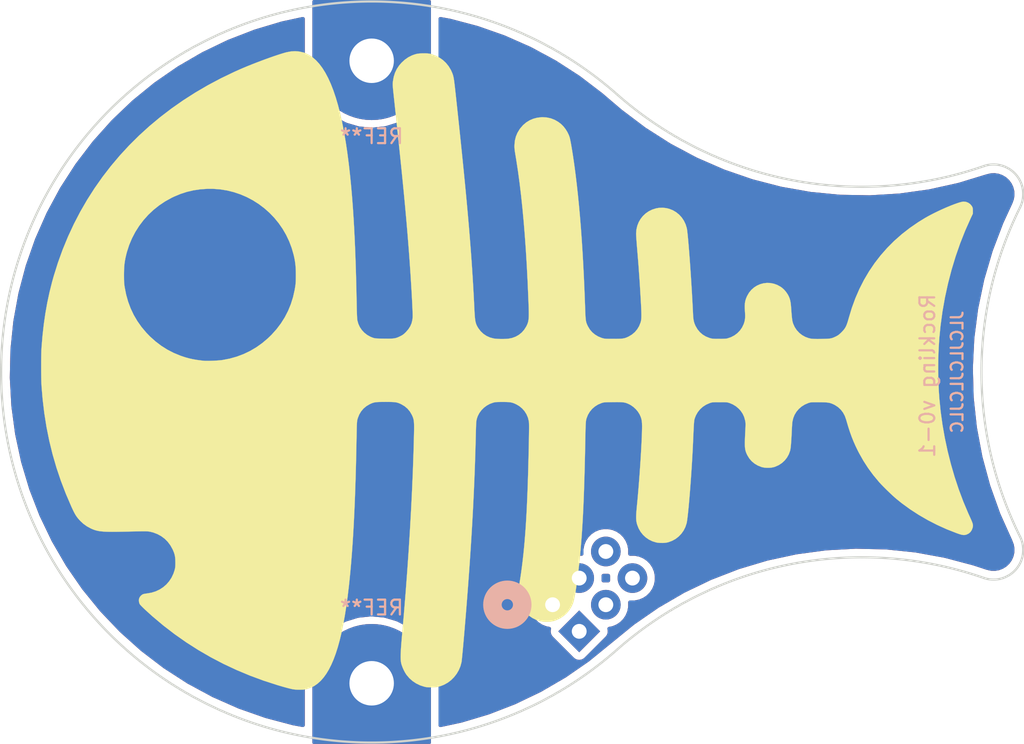
<source format=kicad_pcb>
(kicad_pcb (version 20171130) (host pcbnew "(5.1.10)-1")

  (general
    (thickness 1.6)
    (drawings 14)
    (tracks 0)
    (zones 0)
    (modules 4)
    (nets 1)
  )

  (page A4)
  (layers
    (0 F.Cu signal)
    (31 B.Cu signal hide)
    (32 B.Adhes user)
    (33 F.Adhes user)
    (34 B.Paste user)
    (35 F.Paste user)
    (36 B.SilkS user)
    (37 F.SilkS user)
    (38 B.Mask user)
    (39 F.Mask user)
    (40 Dwgs.User user)
    (41 Cmts.User user)
    (42 Eco1.User user)
    (43 Eco2.User user)
    (44 Edge.Cuts user)
    (45 Margin user)
    (46 B.CrtYd user)
    (47 F.CrtYd user)
    (48 B.Fab user)
    (49 F.Fab user)
  )

  (setup
    (last_trace_width 0.25)
    (trace_clearance 0.2)
    (zone_clearance 0.508)
    (zone_45_only no)
    (trace_min 0.2)
    (via_size 0.8)
    (via_drill 0.4)
    (via_min_size 0.4)
    (via_min_drill 0.3)
    (uvia_size 0.3)
    (uvia_drill 0.1)
    (uvias_allowed no)
    (uvia_min_size 0.2)
    (uvia_min_drill 0.1)
    (edge_width 0.05)
    (segment_width 0.2)
    (pcb_text_width 0.3)
    (pcb_text_size 1.5 1.5)
    (mod_edge_width 0.12)
    (mod_text_size 1 1)
    (mod_text_width 0.15)
    (pad_size 1.524 1.524)
    (pad_drill 0.762)
    (pad_to_mask_clearance 0)
    (aux_axis_origin 0 0)
    (visible_elements 7FFFFFFF)
    (pcbplotparams
      (layerselection 0x010f0_ffffffff)
      (usegerberextensions false)
      (usegerberattributes true)
      (usegerberadvancedattributes true)
      (creategerberjobfile false)
      (excludeedgelayer true)
      (linewidth 0.100000)
      (plotframeref false)
      (viasonmask false)
      (mode 1)
      (useauxorigin false)
      (hpglpennumber 1)
      (hpglpenspeed 20)
      (hpglpendiameter 15.000000)
      (psnegative false)
      (psa4output false)
      (plotreference true)
      (plotvalue true)
      (plotinvisibletext false)
      (padsonsilk false)
      (subtractmaskfromsilk true)
      (outputformat 1)
      (mirror false)
      (drillshape 0)
      (scaleselection 1)
      (outputdirectory "Gerbers/"))
  )

  (net 0 "")

  (net_class Default "This is the default net class."
    (clearance 0.2)
    (trace_width 0.25)
    (via_dia 0.8)
    (via_drill 0.4)
    (uvia_dia 0.3)
    (uvia_drill 0.1)
  )

  (module RocklingLib:Fish_FSilk (layer F.Cu) (tedit 0) (tstamp 61171D33)
    (at 108 99)
    (fp_text reference Ref** (at 0 0) (layer F.SilkS) hide
      (effects (font (size 1.27 1.27) (thickness 0.15)))
    )
    (fp_text value Val** (at 0 0) (layer F.SilkS) hide
      (effects (font (size 1.27 1.27) (thickness 0.15)))
    )
    (fp_poly (pts (xy -12.882646 -20.62346) (xy -12.612061 -20.562453) (xy -12.462429 -20.509572) (xy -12.215314 -20.388254)
      (xy -11.977878 -20.227809) (xy -11.750069 -20.028099) (xy -11.531833 -19.788983) (xy -11.323118 -19.510324)
      (xy -11.12387 -19.191981) (xy -10.934038 -18.833817) (xy -10.753568 -18.435692) (xy -10.582408 -17.997466)
      (xy -10.420504 -17.519002) (xy -10.267805 -17.000159) (xy -10.124257 -16.440799) (xy -9.989807 -15.840784)
      (xy -9.864403 -15.199973) (xy -9.747992 -14.518228) (xy -9.640521 -13.795409) (xy -9.541938 -13.031379)
      (xy -9.50577 -12.721166) (xy -9.448551 -12.194088) (xy -9.395173 -11.656367) (xy -9.345509 -11.105595)
      (xy -9.299428 -10.539364) (xy -9.256802 -9.955267) (xy -9.217503 -9.350895) (xy -9.1814 -8.72384)
      (xy -9.148365 -8.071695) (xy -9.118269 -7.392051) (xy -9.090983 -6.6825) (xy -9.066378 -5.940635)
      (xy -9.044325 -5.164048) (xy -9.024695 -4.350329) (xy -9.007359 -3.497072) (xy -9.005139 -3.376083)
      (xy -9.000164 -3.146919) (xy -8.994099 -2.9453) (xy -8.987087 -2.774319) (xy -8.979272 -2.637068)
      (xy -8.970798 -2.536637) (xy -8.963801 -2.48574) (xy -8.898978 -2.251107) (xy -8.796741 -2.03139)
      (xy -8.660549 -1.830487) (xy -8.493861 -1.652293) (xy -8.300136 -1.500705) (xy -8.082834 -1.379619)
      (xy -7.926916 -1.317879) (xy -7.875745 -1.301137) (xy -7.829568 -1.287967) (xy -7.782382 -1.277859)
      (xy -7.728184 -1.270306) (xy -7.66097 -1.264799) (xy -7.574738 -1.26083) (xy -7.463484 -1.257891)
      (xy -7.321205 -1.255474) (xy -7.164916 -1.253366) (xy -6.962815 -1.251367) (xy -6.796657 -1.251724)
      (xy -6.660077 -1.255372) (xy -6.546709 -1.263247) (xy -6.450186 -1.276284) (xy -6.364143 -1.295418)
      (xy -6.282214 -1.321584) (xy -6.198033 -1.355717) (xy -6.105234 -1.398752) (xy -6.074833 -1.413504)
      (xy -5.974178 -1.465609) (xy -5.892445 -1.516584) (xy -5.81605 -1.576366) (xy -5.73141 -1.654892)
      (xy -5.693503 -1.692473) (xy -5.524973 -1.884287) (xy -5.396633 -2.082984) (xy -5.306408 -2.29307)
      (xy -5.252221 -2.51905) (xy -5.234673 -2.688166) (xy -5.232927 -2.769587) (xy -5.234226 -2.890176)
      (xy -5.238399 -3.046893) (xy -5.245271 -3.236696) (xy -5.254669 -3.456544) (xy -5.26642 -3.703394)
      (xy -5.280349 -3.974206) (xy -5.296284 -4.265938) (xy -5.31405 -4.575547) (xy -5.333476 -4.899994)
      (xy -5.354386 -5.236235) (xy -5.376609 -5.58123) (xy -5.399969 -5.931938) (xy -5.424294 -6.285315)
      (xy -5.44941 -6.638321) (xy -5.475145 -6.987915) (xy -5.494204 -7.239) (xy -5.522031 -7.596844)
      (xy -5.550238 -7.951564) (xy -5.579037 -8.305339) (xy -5.608641 -8.660347) (xy -5.639263 -9.018765)
      (xy -5.671116 -9.382774) (xy -5.704411 -9.754551) (xy -5.739362 -10.136275) (xy -5.776181 -10.530125)
      (xy -5.815081 -10.938278) (xy -5.856275 -11.362913) (xy -5.899975 -11.80621) (xy -5.946393 -12.270345)
      (xy -5.995743 -12.757498) (xy -6.048238 -13.269848) (xy -6.104088 -13.809572) (xy -6.163509 -14.37885)
      (xy -6.226711 -14.979859) (xy -6.293908 -15.614779) (xy -6.365312 -16.285787) (xy -6.441136 -16.995062)
      (xy -6.500355 -17.54713) (xy -6.522995 -17.759014) (xy -6.541263 -17.933799) (xy -6.555465 -18.076461)
      (xy -6.565907 -18.191973) (xy -6.572893 -18.285313) (xy -6.576731 -18.361454) (xy -6.577725 -18.425371)
      (xy -6.576182 -18.482041) (xy -6.572408 -18.536438) (xy -6.566707 -18.593538) (xy -6.565391 -18.605464)
      (xy -6.513743 -18.906401) (xy -6.427802 -19.183675) (xy -6.306231 -19.440191) (xy -6.147691 -19.678856)
      (xy -5.984321 -19.868344) (xy -5.764479 -20.070917) (xy -5.531496 -20.234335) (xy -5.286623 -20.357754)
      (xy -5.223853 -20.382201) (xy -5.098157 -20.425981) (xy -4.988456 -20.457461) (xy -4.882725 -20.478578)
      (xy -4.768939 -20.491267) (xy -4.635073 -20.497465) (xy -4.497916 -20.499072) (xy -4.359853 -20.498547)
      (xy -4.253651 -20.49554) (xy -4.168867 -20.489085) (xy -4.095058 -20.478212) (xy -4.021778 -20.461954)
      (xy -3.980748 -20.451141) (xy -3.697344 -20.352479) (xy -3.435122 -20.218249) (xy -3.196681 -20.050789)
      (xy -2.984617 -19.852441) (xy -2.801529 -19.625544) (xy -2.650014 -19.37244) (xy -2.560481 -19.17155)
      (xy -2.538176 -19.112008) (xy -2.518392 -19.053787) (xy -2.500516 -18.993002) (xy -2.483935 -18.925767)
      (xy -2.468037 -18.848195) (xy -2.45221 -18.7564) (xy -2.435841 -18.646496) (xy -2.418317 -18.514597)
      (xy -2.399027 -18.356817) (xy -2.377358 -18.169269) (xy -2.352697 -17.948068) (xy -2.324431 -17.689327)
      (xy -2.319021 -17.639465) (xy -2.219419 -16.716462) (xy -2.125102 -15.833418) (xy -2.035895 -14.988314)
      (xy -1.951623 -14.17913) (xy -1.872111 -13.403845) (xy -1.797183 -12.66044) (xy -1.726663 -11.946895)
      (xy -1.660375 -11.261188) (xy -1.598146 -10.601302) (xy -1.539798 -9.965215) (xy -1.485156 -9.350908)
      (xy -1.434045 -8.75636) (xy -1.386289 -8.179552) (xy -1.341713 -7.618464) (xy -1.300141 -7.071075)
      (xy -1.261398 -6.535365) (xy -1.225308 -6.009316) (xy -1.191695 -5.490905) (xy -1.160385 -4.978115)
      (xy -1.131202 -4.468924) (xy -1.103969 -3.961312) (xy -1.078512 -3.453261) (xy -1.068928 -3.25246)
      (xy -1.056996 -3.017779) (xy -1.044465 -2.820144) (xy -1.030226 -2.654272) (xy -1.013171 -2.514879)
      (xy -0.99219 -2.396682) (xy -0.966175 -2.294397) (xy -0.934018 -2.202739) (xy -0.894609 -2.116426)
      (xy -0.846839 -2.030173) (xy -0.794993 -1.94701) (xy -0.64022 -1.745711) (xy -0.45748 -1.574701)
      (xy -0.250617 -1.436338) (xy -0.023474 -1.332978) (xy 0.220107 -1.266978) (xy 0.343067 -1.249119)
      (xy 0.50545 -1.236602) (xy 0.688306 -1.23005) (xy 0.876414 -1.229487) (xy 1.054554 -1.234933)
      (xy 1.207506 -1.246411) (xy 1.220555 -1.247859) (xy 1.475953 -1.297467) (xy 1.713256 -1.384403)
      (xy 1.929724 -1.506748) (xy 2.122616 -1.662583) (xy 2.289189 -1.849989) (xy 2.426703 -2.067047)
      (xy 2.44666 -2.106083) (xy 2.48217 -2.180039) (xy 2.512512 -2.250086) (xy 2.537937 -2.319936)
      (xy 2.558696 -2.393301) (xy 2.575038 -2.473892) (xy 2.587215 -2.565421) (xy 2.595477 -2.6716)
      (xy 2.600075 -2.79614) (xy 2.601259 -2.942752) (xy 2.59928 -3.115149) (xy 2.59439 -3.317042)
      (xy 2.586838 -3.552142) (xy 2.576874 -3.824161) (xy 2.571727 -3.958166) (xy 2.523886 -5.076473)
      (xy 2.468656 -6.15326) (xy 2.406023 -7.188693) (xy 2.335972 -8.182939) (xy 2.258489 -9.136163)
      (xy 2.173557 -10.048532) (xy 2.081164 -10.920212) (xy 1.981293 -11.751369) (xy 1.873931 -12.542169)
      (xy 1.759062 -13.292779) (xy 1.722333 -13.514916) (xy 1.693167 -13.689917) (xy 1.670729 -13.830274)
      (xy 1.654289 -13.943016) (xy 1.643119 -14.03517) (xy 1.636488 -14.113765) (xy 1.633665 -14.185828)
      (xy 1.633923 -14.258388) (xy 1.63653 -14.338471) (xy 1.63661 -14.340416) (xy 1.665622 -14.621471)
      (xy 1.72983 -14.882025) (xy 1.831351 -15.127991) (xy 1.972298 -15.365284) (xy 2.033534 -15.450306)
      (xy 2.218722 -15.662151) (xy 2.428573 -15.840321) (xy 2.660516 -15.983553) (xy 2.91198 -16.090582)
      (xy 3.180394 -16.160146) (xy 3.463189 -16.190979) (xy 3.543141 -16.1925) (xy 3.826028 -16.172801)
      (xy 4.094567 -16.113481) (xy 4.349656 -16.014205) (xy 4.592195 -15.874637) (xy 4.781632 -15.730493)
      (xy 4.93385 -15.580003) (xy 5.076435 -15.398784) (xy 5.201891 -15.198386) (xy 5.302723 -14.99036)
      (xy 5.35402 -14.848416) (xy 5.377084 -14.760714) (xy 5.404534 -14.635101) (xy 5.435707 -14.475697)
      (xy 5.469942 -14.286623) (xy 5.506573 -14.071999) (xy 5.54494 -13.835945) (xy 5.584379 -13.582582)
      (xy 5.624226 -13.31603) (xy 5.66382 -13.040409) (xy 5.702498 -12.759839) (xy 5.739596 -12.478442)
      (xy 5.755836 -12.35075) (xy 5.838652 -11.662635) (xy 5.915992 -10.959315) (xy 5.988049 -10.238128)
      (xy 6.055013 -9.49641) (xy 6.117077 -8.731499) (xy 6.174432 -7.940731) (xy 6.22727 -7.121444)
      (xy 6.275783 -6.270975) (xy 6.320162 -5.38666) (xy 6.360599 -4.465837) (xy 6.397285 -3.505843)
      (xy 6.401857 -3.376083) (xy 6.410033 -3.146788) (xy 6.417627 -2.954931) (xy 6.425369 -2.795637)
      (xy 6.433991 -2.664029) (xy 6.444224 -2.555234) (xy 6.456798 -2.464375) (xy 6.472445 -2.386578)
      (xy 6.491897 -2.316967) (xy 6.515883 -2.250667) (xy 6.545136 -2.182803) (xy 6.580386 -2.108499)
      (xy 6.597063 -2.074387) (xy 6.720898 -1.869245) (xy 6.878553 -1.686302) (xy 7.065972 -1.52885)
      (xy 7.279097 -1.400181) (xy 7.513873 -1.303587) (xy 7.567084 -1.28724) (xy 7.62053 -1.272474)
      (xy 7.670616 -1.261007) (xy 7.723597 -1.252423) (xy 7.785727 -1.246311) (xy 7.863259 -1.242257)
      (xy 7.962448 -1.239848) (xy 8.089549 -1.23867) (xy 8.250815 -1.238311) (xy 8.307917 -1.238302)
      (xy 8.507594 -1.239036) (xy 8.671416 -1.241859) (xy 8.805847 -1.247763) (xy 8.91735 -1.25774)
      (xy 9.01239 -1.272782) (xy 9.097429 -1.29388) (xy 9.178933 -1.322025) (xy 9.263364 -1.35821)
      (xy 9.345084 -1.397424) (xy 9.562445 -1.527967) (xy 9.753489 -1.690174) (xy 9.915293 -1.880426)
      (xy 10.044938 -2.095107) (xy 10.139504 -2.330601) (xy 10.161582 -2.408601) (xy 10.176353 -2.474749)
      (xy 10.187651 -2.546981) (xy 10.195506 -2.629741) (xy 10.199952 -2.727472) (xy 10.201019 -2.84462)
      (xy 10.198741 -2.985629) (xy 10.193147 -3.154942) (xy 10.184272 -3.357004) (xy 10.172146 -3.596259)
      (xy 10.170345 -3.630083) (xy 10.091087 -4.967682) (xy 9.99696 -6.288959) (xy 9.905497 -7.400021)
      (xy 9.890187 -7.582134) (xy 9.87623 -7.76099) (xy 9.864091 -7.929601) (xy 9.854236 -8.08098)
      (xy 9.847133 -8.208141) (xy 9.843246 -8.304095) (xy 9.842648 -8.341937) (xy 9.862958 -8.610911)
      (xy 9.921718 -8.866907) (xy 10.016227 -9.106887) (xy 10.143784 -9.327813) (xy 10.301691 -9.526647)
      (xy 10.487246 -9.700351) (xy 10.69775 -9.845886) (xy 10.930501 -9.960214) (xy 11.1828 -10.040299)
      (xy 11.384041 -10.07616) (xy 11.639724 -10.085955) (xy 11.899638 -10.054611) (xy 12.081442 -10.008559)
      (xy 12.32449 -9.911988) (xy 12.547922 -9.779838) (xy 12.748652 -9.615501) (xy 12.923595 -9.422368)
      (xy 13.069668 -9.203831) (xy 13.183785 -8.963284) (xy 13.261256 -8.711145) (xy 13.275472 -8.63338)
      (xy 13.291659 -8.516172) (xy 13.30961 -8.362356) (xy 13.32912 -8.174767) (xy 13.349982 -7.956238)
      (xy 13.37199 -7.709605) (xy 13.394938 -7.437702) (xy 13.418619 -7.143363) (xy 13.442826 -6.829424)
      (xy 13.467354 -6.498717) (xy 13.491996 -6.154079) (xy 13.516547 -5.798344) (xy 13.540798 -5.434346)
      (xy 13.564545 -5.06492) (xy 13.58758 -4.692899) (xy 13.609698 -4.32112) (xy 13.630693 -3.952416)
      (xy 13.650357 -3.589622) (xy 13.668484 -3.235573) (xy 13.684869 -2.893102) (xy 13.685046 -2.88925)
      (xy 13.696938 -2.700698) (xy 13.714996 -2.543924) (xy 13.741457 -2.408555) (xy 13.778561 -2.28422)
      (xy 13.828546 -2.160545) (xy 13.854025 -2.106083) (xy 13.984598 -1.882143) (xy 14.144634 -1.688381)
      (xy 14.332842 -1.52588) (xy 14.547933 -1.395727) (xy 14.788615 -1.299004) (xy 14.828204 -1.287053)
      (xy 14.88935 -1.270423) (xy 14.946835 -1.258039) (xy 15.008389 -1.249287) (xy 15.081743 -1.243553)
      (xy 15.174626 -1.24022) (xy 15.29477 -1.238675) (xy 15.441084 -1.238303) (xy 15.627705 -1.239624)
      (xy 15.77569 -1.243763) (xy 15.888654 -1.250911) (xy 15.970211 -1.261257) (xy 16.000484 -1.267725)
      (xy 16.247201 -1.351598) (xy 16.47265 -1.469855) (xy 16.673707 -1.619703) (xy 16.847244 -1.798348)
      (xy 16.990136 -2.002998) (xy 17.099256 -2.230859) (xy 17.109584 -2.258661) (xy 17.151847 -2.391242)
      (xy 17.180265 -2.521203) (xy 17.195778 -2.658546) (xy 17.199328 -2.813276) (xy 17.191855 -2.995395)
      (xy 17.18631 -3.074018) (xy 17.173347 -3.293497) (xy 17.171891 -3.48041) (xy 17.183136 -3.643246)
      (xy 17.208274 -3.790495) (xy 17.248497 -3.930648) (xy 17.305 -4.072195) (xy 17.335799 -4.138083)
      (xy 17.463491 -4.355906) (xy 17.618489 -4.544314) (xy 17.796774 -4.702361) (xy 17.994323 -4.829104)
      (xy 18.207114 -4.923598) (xy 18.431128 -4.984899) (xy 18.662342 -5.012062) (xy 18.896735 -5.004144)
      (xy 19.130285 -4.960199) (xy 19.358971 -4.879285) (xy 19.578772 -4.760455) (xy 19.681077 -4.688811)
      (xy 19.823243 -4.562237) (xy 19.957524 -4.407487) (xy 20.072422 -4.238567) (xy 20.116059 -4.159052)
      (xy 20.16437 -4.056217) (xy 20.203264 -3.954884) (xy 20.23431 -3.847584) (xy 20.259078 -3.726849)
      (xy 20.279135 -3.585211) (xy 20.296051 -3.415202) (xy 20.309426 -3.2385) (xy 20.324669 -3.024142)
      (xy 20.338775 -2.846744) (xy 20.352452 -2.70097) (xy 20.366406 -2.581488) (xy 20.381344 -2.482962)
      (xy 20.397972 -2.40006) (xy 20.416998 -2.327446) (xy 20.439107 -2.259849) (xy 20.542688 -2.03095)
      (xy 20.680157 -1.824246) (xy 20.84759 -1.643004) (xy 21.04106 -1.490491) (xy 21.256642 -1.369975)
      (xy 21.490408 -1.284721) (xy 21.653587 -1.249223) (xy 21.746937 -1.239246) (xy 21.88024 -1.232992)
      (xy 22.05416 -1.230444) (xy 22.269365 -1.231588) (xy 22.352 -1.232814) (xy 22.539713 -1.236561)
      (xy 22.692022 -1.241579) (xy 22.815859 -1.249074) (xy 22.918152 -1.260249) (xy 23.005832 -1.276309)
      (xy 23.08583 -1.298458) (xy 23.165074 -1.3279) (xy 23.250496 -1.365839) (xy 23.325667 -1.402006)
      (xy 23.412208 -1.447451) (xy 23.487131 -1.495273) (xy 23.561244 -1.553683) (xy 23.645355 -1.630892)
      (xy 23.707731 -1.692269) (xy 23.801917 -1.790926) (xy 23.88029 -1.88503) (xy 23.946425 -1.981641)
      (xy 24.0039 -2.087818) (xy 24.056291 -2.21062) (xy 24.107174 -2.357106) (xy 24.160126 -2.534334)
      (xy 24.191113 -2.646314) (xy 24.395788 -3.324373) (xy 24.635063 -3.978188) (xy 24.908689 -4.607432)
      (xy 25.216417 -5.211776) (xy 25.557996 -5.790893) (xy 25.933178 -6.344457) (xy 26.341714 -6.872139)
      (xy 26.783353 -7.373613) (xy 27.257847 -7.84855) (xy 27.764946 -8.296624) (xy 28.3044 -8.717507)
      (xy 28.875961 -9.110871) (xy 29.326417 -9.388146) (xy 29.524475 -9.5005) (xy 29.738144 -9.614921)
      (xy 29.963189 -9.729613) (xy 30.195377 -9.84278) (xy 30.430474 -9.952628) (xy 30.664245 -10.057359)
      (xy 30.892456 -10.155179) (xy 31.110873 -10.244293) (xy 31.315262 -10.322905) (xy 31.501388 -10.389218)
      (xy 31.665018 -10.441439) (xy 31.801917 -10.477771) (xy 31.90785 -10.496419) (xy 31.944998 -10.498564)
      (xy 32.105135 -10.478377) (xy 32.2532 -10.420202) (xy 32.382533 -10.328037) (xy 32.486475 -10.205882)
      (xy 32.516264 -10.155582) (xy 32.540905 -10.101624) (xy 32.55559 -10.044999) (xy 32.562587 -9.972387)
      (xy 32.564175 -9.87425) (xy 32.563736 -9.68375) (xy 32.418768 -9.376833) (xy 32.046576 -8.541678)
      (xy 31.706522 -7.681103) (xy 31.399403 -6.798148) (xy 31.126015 -5.895853) (xy 30.887157 -4.977257)
      (xy 30.683624 -4.0454) (xy 30.516215 -3.10332) (xy 30.385726 -2.154058) (xy 30.300972 -1.30175)
      (xy 30.255878 -0.614412) (xy 30.229816 0.098066) (xy 30.222786 0.823014) (xy 30.234787 1.547758)
      (xy 30.265818 2.259627) (xy 30.301206 2.772834) (xy 30.390331 3.6626) (xy 30.514077 4.556081)
      (xy 30.671268 5.448682) (xy 30.860725 6.335809) (xy 31.081269 7.212868) (xy 31.331722 8.075266)
      (xy 31.610905 8.918408) (xy 31.917641 9.737701) (xy 32.25075 10.528551) (xy 32.342708 10.7315)
      (xy 32.418106 10.897012) (xy 32.476433 11.030362) (xy 32.519209 11.137417) (xy 32.547954 11.224049)
      (xy 32.564187 11.296127) (xy 32.569429 11.35952) (xy 32.565199 11.420098) (xy 32.553017 11.483731)
      (xy 32.545452 11.51451) (xy 32.485922 11.669711) (xy 32.395185 11.799349) (xy 32.276855 11.899756)
      (xy 32.134546 11.967267) (xy 32.085638 11.98106) (xy 32.010782 11.994511) (xy 31.934936 11.997095)
      (xy 31.850578 11.987483) (xy 31.750184 11.964345) (xy 31.626229 11.926349) (xy 31.472651 11.872697)
      (xy 30.808915 11.612788) (xy 30.158294 11.319175) (xy 29.525047 10.994278) (xy 28.913433 10.640515)
      (xy 28.32771 10.260304) (xy 27.772139 9.856065) (xy 27.409659 9.565279) (xy 27.283067 9.455937)
      (xy 27.136714 9.323579) (xy 26.977838 9.175237) (xy 26.813675 9.017944) (xy 26.65146 8.858734)
      (xy 26.49843 8.704637) (xy 26.361822 8.562687) (xy 26.248872 8.439917) (xy 26.231563 8.420342)
      (xy 25.846069 7.956165) (xy 25.497486 7.483002) (xy 25.180399 6.992847) (xy 24.889396 6.477694)
      (xy 24.796271 6.297084) (xy 24.647024 5.98919) (xy 24.511437 5.683442) (xy 24.386333 5.371376)
      (xy 24.268536 5.04453) (xy 24.154871 4.69444) (xy 24.042161 4.312644) (xy 24.014532 4.214029)
      (xy 23.924279 3.960444) (xy 23.802199 3.733842) (xy 23.649271 3.535397) (xy 23.466473 3.36628)
      (xy 23.254785 3.227667) (xy 23.147365 3.174194) (xy 23.059847 3.136346) (xy 22.978454 3.106325)
      (xy 22.89662 3.083222) (xy 22.807778 3.066129) (xy 22.705363 3.054139) (xy 22.582809 3.046343)
      (xy 22.433548 3.041834) (xy 22.251014 3.039703) (xy 22.172084 3.03933) (xy 22.004733 3.03887)
      (xy 21.873461 3.039105) (xy 21.772013 3.040506) (xy 21.694136 3.043542) (xy 21.633575 3.048681)
      (xy 21.584076 3.056395) (xy 21.539386 3.067151) (xy 21.49325 3.081419) (xy 21.459473 3.092817)
      (xy 21.221453 3.194869) (xy 21.007038 3.328843) (xy 20.819059 3.49136) (xy 20.660346 3.679042)
      (xy 20.533731 3.888509) (xy 20.442044 4.116384) (xy 20.388117 4.359287) (xy 20.386212 4.373733)
      (xy 20.377307 4.458775) (xy 20.368081 4.57222) (xy 20.359545 4.70016) (xy 20.352705 4.828684)
      (xy 20.351888 4.847167) (xy 20.336525 5.17939) (xy 20.320744 5.469695) (xy 20.304511 5.718493)
      (xy 20.287794 5.926198) (xy 20.270558 6.093221) (xy 20.252772 6.219976) (xy 20.2344 6.306875)
      (xy 20.234341 6.307088) (xy 20.144912 6.55188) (xy 20.02059 6.774344) (xy 19.863964 6.971829)
      (xy 19.677623 7.141684) (xy 19.464158 7.281257) (xy 19.226159 7.387897) (xy 19.155834 7.411381)
      (xy 19.003536 7.445105) (xy 18.827993 7.462138) (xy 18.644578 7.46248) (xy 18.468669 7.446133)
      (xy 18.315641 7.413098) (xy 18.309913 7.411336) (xy 18.061074 7.313243) (xy 17.838755 7.183114)
      (xy 17.644494 7.02224) (xy 17.47983 6.831911) (xy 17.346299 6.613418) (xy 17.337206 6.595166)
      (xy 17.29533 6.506189) (xy 17.260517 6.42191) (xy 17.232387 6.337782) (xy 17.210558 6.249259)
      (xy 17.194649 6.151794) (xy 17.184278 6.040841) (xy 17.179063 5.911852) (xy 17.178625 5.760281)
      (xy 17.18258 5.581582) (xy 17.190548 5.371207) (xy 17.202147 5.12461) (xy 17.206545 5.037667)
      (xy 17.215302 4.862527) (xy 17.221551 4.723382) (xy 17.225233 4.613964) (xy 17.226291 4.528006)
      (xy 17.224668 4.459241) (xy 17.220305 4.401401) (xy 17.213146 4.348218) (xy 17.203133 4.293426)
      (xy 17.19955 4.275667) (xy 17.132432 4.033683) (xy 17.033921 3.817224) (xy 16.900761 3.620185)
      (xy 16.775536 3.48082) (xy 16.579663 3.31362) (xy 16.360448 3.181068) (xy 16.16075 3.096848)
      (xy 16.106493 3.078183) (xy 16.059233 3.063902) (xy 16.012281 3.053419) (xy 15.958949 3.046146)
      (xy 15.892548 3.041498) (xy 15.806391 3.038886) (xy 15.693787 3.037724) (xy 15.54805 3.037426)
      (xy 15.483417 3.037417) (xy 15.323514 3.037543) (xy 15.199256 3.038311) (xy 15.103955 3.04031)
      (xy 15.030921 3.044125) (xy 14.973467 3.050344) (xy 14.924904 3.059553) (xy 14.878544 3.072339)
      (xy 14.827697 3.089289) (xy 14.806084 3.096848) (xy 14.565529 3.202488) (xy 14.349869 3.340685)
      (xy 14.161711 3.508822) (xy 14.003663 3.704287) (xy 13.878333 3.924463) (xy 13.810371 4.095161)
      (xy 13.798234 4.13216) (xy 13.787626 4.167438) (xy 13.778295 4.204298) (xy 13.76999 4.246041)
      (xy 13.762458 4.295969) (xy 13.755448 4.357383) (xy 13.748709 4.433585) (xy 13.741987 4.527878)
      (xy 13.735033 4.643561) (xy 13.727593 4.783939) (xy 13.719417 4.952311) (xy 13.710253 5.15198)
      (xy 13.699848 5.386248) (xy 13.687951 5.658415) (xy 13.683645 5.757334) (xy 13.66847 6.085893)
      (xy 13.651058 6.427149) (xy 13.631655 6.778044) (xy 13.610503 7.135521) (xy 13.587847 7.496524)
      (xy 13.563929 7.857995) (xy 13.538994 8.216878) (xy 13.513285 8.570115) (xy 13.487046 8.91465)
      (xy 13.460519 9.247425) (xy 13.43395 9.565385) (xy 13.40758 9.865472) (xy 13.381655 10.144629)
      (xy 13.356417 10.399799) (xy 13.33211 10.627926) (xy 13.308978 10.825953) (xy 13.287264 10.990821)
      (xy 13.267212 11.119476) (xy 13.249341 11.20775) (xy 13.165295 11.462778) (xy 13.04552 11.698795)
      (xy 12.893312 11.912541) (xy 12.711963 12.100752) (xy 12.50477 12.260167) (xy 12.275025 12.387525)
      (xy 12.026024 12.479562) (xy 11.943389 12.500888) (xy 11.810788 12.521987) (xy 11.653287 12.53206)
      (xy 11.486841 12.531165) (xy 11.327406 12.519361) (xy 11.197167 12.498142) (xy 10.942333 12.41948)
      (xy 10.706054 12.304508) (xy 10.491455 12.156333) (xy 10.301657 11.978065) (xy 10.139784 11.772813)
      (xy 10.008958 11.543687) (xy 9.912302 11.293794) (xy 9.88454 11.191365) (xy 9.864889 11.093351)
      (xy 9.851774 10.986871) (xy 9.845241 10.866682) (xy 9.845336 10.727541) (xy 9.852106 10.564206)
      (xy 9.865597 10.371433) (xy 9.885857 10.143981) (xy 9.89466 10.054167) (xy 9.927656 9.712709)
      (xy 9.960417 9.352205) (xy 9.992674 8.976787) (xy 10.024161 8.590587) (xy 10.054609 8.197739)
      (xy 10.083751 7.802376) (xy 10.111319 7.408631) (xy 10.137045 7.020635) (xy 10.160661 6.642524)
      (xy 10.181901 6.278428) (xy 10.200495 5.932481) (xy 10.216176 5.608816) (xy 10.228676 5.311567)
      (xy 10.237728 5.044864) (xy 10.243064 4.812843) (xy 10.244478 4.654761) (xy 10.240101 4.46354)
      (xy 10.225093 4.302449) (xy 10.19702 4.160089) (xy 10.153449 4.025057) (xy 10.09195 3.885954)
      (xy 10.071979 3.846265) (xy 9.963034 3.672429) (xy 9.821918 3.505786) (xy 9.65871 3.356235)
      (xy 9.483485 3.233676) (xy 9.40461 3.190571) (xy 9.311513 3.145788) (xy 9.226954 3.109771)
      (xy 9.144847 3.081658) (xy 9.059107 3.060582) (xy 8.963647 3.045679) (xy 8.852381 3.036084)
      (xy 8.719226 3.030933) (xy 8.558093 3.029361) (xy 8.362899 3.030503) (xy 8.284379 3.031397)
      (xy 8.106832 3.033691) (xy 7.965758 3.036039) (xy 7.855298 3.038923) (xy 7.769594 3.042826)
      (xy 7.702787 3.048233) (xy 7.649019 3.055626) (xy 7.602432 3.065489) (xy 7.557167 3.078306)
      (xy 7.507366 3.094559) (xy 7.503584 3.09583) (xy 7.270217 3.195571) (xy 7.058901 3.328787)
      (xy 6.872924 3.491813) (xy 6.715574 3.680989) (xy 6.590138 3.892648) (xy 6.499905 4.12313)
      (xy 6.467859 4.249822) (xy 6.457172 4.324739) (xy 6.447698 4.440613) (xy 6.43942 4.597765)
      (xy 6.432324 4.796516) (xy 6.426391 5.037187) (xy 6.42514 5.101167) (xy 6.411745 5.790673)
      (xy 6.398036 6.440368) (xy 6.383913 7.052773) (xy 6.369272 7.630409) (xy 6.354013 8.175798)
      (xy 6.338034 8.691462) (xy 6.321232 9.179921) (xy 6.303508 9.643697) (xy 6.284758 10.085312)
      (xy 6.264881 10.507287) (xy 6.243776 10.912143) (xy 6.221341 11.302402) (xy 6.197473 11.680585)
      (xy 6.172072 12.049214) (xy 6.145036 12.41081) (xy 6.116263 12.767895) (xy 6.115747 12.774084)
      (xy 6.084011 13.136662) (xy 6.049565 13.498415) (xy 6.01285 13.856127) (xy 5.974309 14.20658)
      (xy 5.934386 14.546557) (xy 5.893523 14.872842) (xy 5.852163 15.182218) (xy 5.810749 15.471467)
      (xy 5.769723 15.737374) (xy 5.729529 15.976721) (xy 5.69061 16.186292) (xy 5.653407 16.362869)
      (xy 5.618365 16.503236) (xy 5.58996 16.59345) (xy 5.473948 16.849882) (xy 5.323244 17.084815)
      (xy 5.141313 17.295086) (xy 4.93162 17.477529) (xy 4.69763 17.62898) (xy 4.442808 17.746275)
      (xy 4.265084 17.803391) (xy 4.100409 17.835097) (xy 3.911389 17.850879) (xy 3.712909 17.850718)
      (xy 3.519855 17.834599) (xy 3.354917 17.804457) (xy 3.09067 17.718171) (xy 2.845799 17.596034)
      (xy 2.622919 17.441071) (xy 2.424644 17.256306) (xy 2.253591 17.044763) (xy 2.112373 16.809466)
      (xy 2.003606 16.553439) (xy 1.929905 16.279706) (xy 1.906019 16.129) (xy 1.896922 16.043172)
      (xy 1.892087 15.963151) (xy 1.892051 15.88178) (xy 1.897354 15.791904) (xy 1.908536 15.686366)
      (xy 1.926135 15.55801) (xy 1.95069 15.39968) (xy 1.969808 15.282334) (xy 2.030824 14.898049)
      (xy 2.088057 14.507965) (xy 2.141648 14.109932) (xy 2.191742 13.701799) (xy 2.238481 13.281415)
      (xy 2.282009 12.846629) (xy 2.32247 12.395292) (xy 2.360006 11.925252) (xy 2.394761 11.434359)
      (xy 2.426878 10.920462) (xy 2.4565 10.381411) (xy 2.483772 9.815055) (xy 2.508836 9.219244)
      (xy 2.531835 8.591826) (xy 2.552913 7.930652) (xy 2.572213 7.233571) (xy 2.589879 6.498432)
      (xy 2.605714 5.740561) (xy 2.610969 5.460627) (xy 2.615011 5.219805) (xy 2.617836 5.014893)
      (xy 2.619441 4.842687) (xy 2.619823 4.699984) (xy 2.618977 4.58358) (xy 2.6169 4.490273)
      (xy 2.613589 4.416859) (xy 2.60904 4.360135) (xy 2.604157 4.322394) (xy 2.544553 4.07904)
      (xy 2.447445 3.850884) (xy 2.315963 3.642187) (xy 2.153234 3.457211) (xy 1.962385 3.300216)
      (xy 1.770791 3.187168) (xy 1.662471 3.135895) (xy 1.564984 3.096103) (xy 1.470421 3.066396)
      (xy 1.37087 3.045372) (xy 1.258421 3.031633) (xy 1.125162 3.023781) (xy 0.963184 3.020415)
      (xy 0.8255 3.019983) (xy 0.667821 3.020657) (xy 0.544878 3.022606) (xy 0.449081 3.026384)
      (xy 0.37284 3.032547) (xy 0.308563 3.041651) (xy 0.24866 3.054252) (xy 0.205598 3.06536)
      (xy -0.020553 3.146916) (xy -0.232443 3.262538) (xy -0.425282 3.407601) (xy -0.594282 3.577486)
      (xy -0.734652 3.767569) (xy -0.841604 3.973229) (xy -0.894993 4.1275) (xy -0.908168 4.176726)
      (xy -0.919215 4.22299) (xy -0.928433 4.270722) (xy -0.93612 4.324351) (xy -0.942573 4.388305)
      (xy -0.948093 4.467013) (xy -0.952976 4.564904) (xy -0.957521 4.686407) (xy -0.962027 4.835951)
      (xy -0.966792 5.017963) (xy -0.972114 5.236874) (xy -0.973418 5.291667) (xy -0.998894 6.252808)
      (xy -1.029754 7.215746) (xy -1.066212 8.184323) (xy -1.108477 9.162379) (xy -1.156762 10.153756)
      (xy -1.211279 11.162294) (xy -1.272238 12.191835) (xy -1.33985 13.24622) (xy -1.414328 14.32929)
      (xy -1.495883 15.444886) (xy -1.584725 16.596849) (xy -1.619977 17.039167) (xy -1.65127 17.425749)
      (xy -1.682113 17.801414) (xy -1.71229 18.16376) (xy -1.741587 18.510385) (xy -1.769786 18.838888)
      (xy -1.796671 19.146866) (xy -1.822028 19.431918) (xy -1.845639 19.691641) (xy -1.867289 19.923635)
      (xy -1.886763 20.125497) (xy -1.903843 20.294825) (xy -1.918314 20.429217) (xy -1.92996 20.526272)
      (xy -1.938565 20.583588) (xy -1.938757 20.584584) (xy -2.012398 20.857491) (xy -2.122705 21.118481)
      (xy -2.266112 21.363105) (xy -2.439053 21.586913) (xy -2.637961 21.785457) (xy -2.85927 21.954288)
      (xy -3.099414 22.088959) (xy -3.169556 22.119944) (xy -3.329288 22.181854) (xy -3.472156 22.225459)
      (xy -3.612558 22.253588) (xy -3.76489 22.269068) (xy -3.94355 22.274727) (xy -3.958166 22.274833)
      (xy -4.096711 22.274298) (xy -4.205248 22.270082) (xy -4.296023 22.261069) (xy -4.381283 22.246141)
      (xy -4.450806 22.229934) (xy -4.733505 22.137814) (xy -4.998424 22.009245) (xy -5.24169 21.846843)
      (xy -5.45943 21.653225) (xy -5.64777 21.431008) (xy -5.661604 21.411861) (xy -5.750951 21.27052)
      (xy -5.838443 21.103195) (xy -5.916621 20.925859) (xy -5.978022 20.754489) (xy -5.993595 20.701)
      (xy -6.012038 20.622297) (xy -6.026376 20.535094) (xy -6.036526 20.4362) (xy -6.042408 20.322424)
      (xy -6.043941 20.190574) (xy -6.041043 20.037459) (xy -6.033633 19.859888) (xy -6.021631 19.654668)
      (xy -6.004955 19.41861) (xy -5.983524 19.148521) (xy -5.957257 18.841211) (xy -5.941962 18.669)
      (xy -5.817362 17.233614) (xy -5.702218 15.810467) (xy -5.59672 14.402751) (xy -5.501059 13.013654)
      (xy -5.415424 11.646367) (xy -5.340006 10.30408) (xy -5.274994 8.989984) (xy -5.220578 7.707269)
      (xy -5.176949 6.459124) (xy -5.14528 5.291667) (xy -5.140099 5.048744) (xy -5.13704 4.843339)
      (xy -5.1366 4.67067) (xy -5.139276 4.525952) (xy -5.145567 4.404402) (xy -5.15597 4.301236)
      (xy -5.170983 4.211671) (xy -5.191103 4.130923) (xy -5.216829 4.054208) (xy -5.248657 3.976743)
      (xy -5.287086 3.893745) (xy -5.291732 3.884084) (xy -5.420286 3.664682) (xy -5.580431 3.473195)
      (xy -5.770706 3.311084) (xy -5.989653 3.179809) (xy -6.00075 3.174361) (xy -6.091392 3.13169)
      (xy -6.17337 3.097451) (xy -6.252905 3.070727) (xy -6.336223 3.050602) (xy -6.429545 3.036156)
      (xy -6.539095 3.026475) (xy -6.671096 3.020639) (xy -6.831773 3.017733) (xy -7.027347 3.016839)
      (xy -7.069666 3.01682) (xy -7.272773 3.017433) (xy -7.439774 3.019885) (xy -7.576885 3.025092)
      (xy -7.690324 3.033974) (xy -7.786307 3.047447) (xy -7.871053 3.066429) (xy -7.950777 3.091838)
      (xy -8.031697 3.124592) (xy -8.12003 3.165609) (xy -8.138583 3.174616) (xy -8.357028 3.304009)
      (xy -8.547778 3.464565) (xy -8.708817 3.653791) (xy -8.838128 3.869192) (xy -8.933694 4.108276)
      (xy -8.95561 4.184737) (xy -8.965492 4.225263) (xy -8.973921 4.267959) (xy -8.981097 4.316828)
      (xy -8.987222 4.375874) (xy -8.992497 4.4491) (xy -8.997125 4.540509) (xy -9.001306 4.654106)
      (xy -9.005243 4.793893) (xy -9.009136 4.963874) (xy -9.013188 5.168053) (xy -9.017601 5.410432)
      (xy -9.017747 5.418667) (xy -9.036247 6.367114) (xy -9.057479 7.275038) (xy -9.081532 8.144163)
      (xy -9.108495 8.976217) (xy -9.138458 9.772927) (xy -9.171509 10.536017) (xy -9.207738 11.267217)
      (xy -9.247235 11.96825) (xy -9.290088 12.640845) (xy -9.336387 13.286728) (xy -9.386221 13.907624)
      (xy -9.43968 14.505261) (xy -9.496852 15.081365) (xy -9.536299 15.447362) (xy -9.620933 16.155896)
      (xy -9.712653 16.823229) (xy -9.811627 17.449924) (xy -9.918021 18.036542) (xy -10.032003 18.583647)
      (xy -10.153742 19.091801) (xy -10.283403 19.561567) (xy -10.421156 19.993509) (xy -10.567166 20.388187)
      (xy -10.721603 20.746166) (xy -10.884633 21.068008) (xy -11.056423 21.354276) (xy -11.237142 21.605532)
      (xy -11.426956 21.822339) (xy -11.436833 21.832431) (xy -11.654471 22.029505) (xy -11.881243 22.186612)
      (xy -12.120666 22.305746) (xy -12.376255 22.3889) (xy -12.447542 22.405241) (xy -12.552918 22.420588)
      (xy -12.687627 22.430228) (xy -12.839054 22.434155) (xy -12.994585 22.43236) (xy -13.141605 22.424837)
      (xy -13.267498 22.411577) (xy -13.30325 22.40576) (xy -13.433819 22.378447) (xy -13.601394 22.337642)
      (xy -13.80312 22.284107) (xy -14.036142 22.218603) (xy -14.297604 22.141893) (xy -14.340416 22.129072)
      (xy -15.286556 21.823685) (xy -16.211643 21.482104) (xy -17.115153 21.104626) (xy -17.996559 20.691552)
      (xy -18.855337 20.243179) (xy -19.690961 19.759807) (xy -20.502906 19.241735) (xy -21.290646 18.689261)
      (xy -22.053656 18.102686) (xy -22.791411 17.482307) (xy -23.27562 17.043878) (xy -23.375918 16.94872)
      (xy -23.468336 16.858024) (xy -23.547243 16.777555) (xy -23.607005 16.713076) (xy -23.641991 16.670354)
      (xy -23.64498 16.665816) (xy -23.682699 16.574715) (xy -23.702365 16.462979) (xy -23.702091 16.349098)
      (xy -23.685641 16.267011) (xy -23.635329 16.168911) (xy -23.556918 16.077489) (xy -23.463777 16.00794)
      (xy -23.45236 16.001844) (xy -23.388856 15.979275) (xy -23.294976 15.958512) (xy -23.18267 15.942117)
      (xy -23.164606 15.940154) (xy -22.860453 15.888702) (xy -22.57469 15.800406) (xy -22.309608 15.677184)
      (xy -22.067501 15.520957) (xy -21.850658 15.333644) (xy -21.661372 15.117164) (xy -21.501935 14.873436)
      (xy -21.374638 14.60438) (xy -21.298992 14.377663) (xy -21.276263 14.291279) (xy -21.260439 14.216332)
      (xy -21.250317 14.141527) (xy -21.244694 14.055567) (xy -21.242367 13.947156) (xy -21.242063 13.843)
      (xy -21.246552 13.649908) (xy -21.261406 13.485618) (xy -21.289385 13.337285) (xy -21.333249 13.192067)
      (xy -21.395758 13.03712) (xy -21.432428 12.957143) (xy -21.580418 12.690803) (xy -21.758372 12.453899)
      (xy -21.964598 12.247768) (xy -22.197399 12.073743) (xy -22.455083 11.933158) (xy -22.735955 11.827347)
      (xy -22.929849 11.777915) (xy -22.969703 11.770039) (xy -23.010722 11.763385) (xy -23.0562 11.757935)
      (xy -23.109432 11.753672) (xy -23.17371 11.75058) (xy -23.252329 11.74864) (xy -23.348583 11.747836)
      (xy -23.465766 11.748151) (xy -23.607171 11.749567) (xy -23.776093 11.752068) (xy -23.975826 11.755636)
      (xy -24.209664 11.760254) (xy -24.4809 11.765905) (xy -24.629856 11.769076) (xy -24.957831 11.775459)
      (xy -25.247145 11.77947) (xy -25.501422 11.780764) (xy -25.724284 11.778998) (xy -25.919357 11.773824)
      (xy -26.090262 11.764899) (xy -26.240625 11.751877) (xy -26.374069 11.734412) (xy -26.494217 11.71216)
      (xy -26.604693 11.684775) (xy -26.709121 11.651913) (xy -26.811124 11.613228) (xy -26.914326 11.568374)
      (xy -26.959952 11.547115) (xy -27.217655 11.406684) (xy -27.447255 11.24125) (xy -27.627568 11.076009)
      (xy -27.729884 10.969066) (xy -27.817903 10.868386) (xy -27.896045 10.76704) (xy -27.968732 10.658098)
      (xy -28.040384 10.534629) (xy -28.115422 10.389704) (xy -28.198268 10.216393) (xy -28.255335 10.091991)
      (xy -28.631335 9.217959) (xy -28.968108 8.338997) (xy -29.26628 7.452582) (xy -29.526477 6.556189)
      (xy -29.749325 5.647293) (xy -29.93545 4.723371) (xy -30.085477 3.781896) (xy -30.200032 2.820345)
      (xy -30.271838 1.957917) (xy -30.279209 1.819154) (xy -30.285332 1.645438) (xy -30.290205 1.44334)
      (xy -30.293828 1.219431) (xy -30.2962 0.980282) (xy -30.29732 0.732465) (xy -30.297189 0.48255)
      (xy -30.295806 0.237108) (xy -30.29317 0.002711) (xy -30.28928 -0.214071) (xy -30.284137 -0.406666)
      (xy -30.277739 -0.568504) (xy -30.272047 -0.66675) (xy -30.205869 -1.460886) (xy -30.120286 -2.222817)
      (xy -30.014288 -2.958465) (xy -29.886864 -3.673752) (xy -29.737002 -4.374602) (xy -29.563691 -5.066937)
      (xy -29.453744 -5.461) (xy -29.423933 -5.55625) (xy -24.709473 -5.55625) (xy -24.708832 -5.373362)
      (xy -24.70658 -5.22399) (xy -24.702226 -5.099331) (xy -24.695278 -4.990581) (xy -24.685245 -4.888938)
      (xy -24.671634 -4.785599) (xy -24.663366 -4.73075) (xy -24.565351 -4.229317) (xy -24.430542 -3.748799)
      (xy -24.258825 -3.288971) (xy -24.050085 -2.849608) (xy -23.804206 -2.430488) (xy -23.521074 -2.031386)
      (xy -23.200573 -1.652077) (xy -22.950301 -1.394691) (xy -22.578819 -1.061394) (xy -22.188675 -0.765934)
      (xy -21.778521 -0.507518) (xy -21.347009 -0.28535) (xy -20.892793 -0.098637) (xy -20.566222 0.009702)
      (xy -20.321576 0.077372) (xy -20.071539 0.133719) (xy -19.805992 0.180616) (xy -19.514818 0.219939)
      (xy -19.314583 0.241576) (xy -19.221194 0.246938) (xy -19.094795 0.248601) (xy -18.944512 0.246934)
      (xy -18.779472 0.242306) (xy -18.608802 0.235087) (xy -18.441628 0.225645) (xy -18.287078 0.214348)
      (xy -18.154278 0.201567) (xy -18.076333 0.191514) (xy -17.58244 0.096603) (xy -17.105824 -0.036906)
      (xy -16.647127 -0.208684) (xy -16.20699 -0.418399) (xy -15.786055 -0.665722) (xy -15.384964 -0.950324)
      (xy -15.004359 -1.271873) (xy -14.750857 -1.518365) (xy -14.416559 -1.891186) (xy -14.11976 -2.283388)
      (xy -13.860299 -2.695301) (xy -13.638015 -3.127256) (xy -13.452746 -3.579582) (xy -13.304332 -4.052611)
      (xy -13.192611 -4.546672) (xy -13.15155 -4.79425) (xy -13.137556 -4.904657) (xy -13.127268 -5.023796)
      (xy -13.120313 -5.159558) (xy -13.116316 -5.319836) (xy -13.114903 -5.512524) (xy -13.11491 -5.566833)
      (xy -13.118224 -5.827367) (xy -13.128244 -6.057235) (xy -13.146213 -6.267753) (xy -13.173371 -6.470234)
      (xy -13.210959 -6.675993) (xy -13.260218 -6.896343) (xy -13.261177 -6.900333) (xy -13.394936 -7.36945)
      (xy -13.565209 -7.820108) (xy -13.770055 -8.250823) (xy -14.007534 -8.660113) (xy -14.275705 -9.046492)
      (xy -14.572627 -9.408477) (xy -14.89636 -9.744584) (xy -15.244964 -10.053328) (xy -15.616497 -10.333227)
      (xy -16.009021 -10.582794) (xy -16.420593 -10.800548) (xy -16.849274 -10.985003) (xy -17.293123 -11.134676)
      (xy -17.750199 -11.248082) (xy -18.218563 -11.323738) (xy -18.696273 -11.36016) (xy -19.092333 -11.359754)
      (xy -19.568565 -11.325932) (xy -20.023277 -11.258506) (xy -20.462598 -11.155925) (xy -20.892658 -11.01664)
      (xy -21.319589 -10.839102) (xy -21.505333 -10.749814) (xy -21.935337 -10.511577) (xy -22.340973 -10.239779)
      (xy -22.720579 -9.936498) (xy -23.072497 -9.603811) (xy -23.395065 -9.243796) (xy -23.686626 -8.858532)
      (xy -23.945517 -8.450095) (xy -24.170081 -8.020564) (xy -24.358656 -7.572018) (xy -24.509582 -7.106532)
      (xy -24.555146 -6.932083) (xy -24.605571 -6.71322) (xy -24.644428 -6.512338) (xy -24.67296 -6.318358)
      (xy -24.69241 -6.120198) (xy -24.704021 -5.906779) (xy -24.709035 -5.66702) (xy -24.709473 -5.55625)
      (xy -29.423933 -5.55625) (xy -29.16843 -6.372587) (xy -28.846036 -7.264129) (xy -28.487065 -8.135068)
      (xy -28.092019 -8.984846) (xy -27.661399 -9.812906) (xy -27.195707 -10.61869) (xy -26.695446 -11.40164)
      (xy -26.161117 -12.161198) (xy -25.593221 -12.896807) (xy -24.992261 -13.60791) (xy -24.358739 -14.293948)
      (xy -23.693157 -14.954365) (xy -22.996016 -15.588601) (xy -22.267818 -16.1961) (xy -21.509065 -16.776304)
      (xy -20.720259 -17.328656) (xy -19.901903 -17.852597) (xy -19.054497 -18.34757) (xy -18.178543 -18.813017)
      (xy -17.274544 -19.248381) (xy -16.891 -19.420211) (xy -16.631854 -19.531502) (xy -16.35386 -19.646686)
      (xy -16.062359 -19.763804) (xy -15.762688 -19.880899) (xy -15.460188 -19.996012) (xy -15.160199 -20.107186)
      (xy -14.868059 -20.212462) (xy -14.589109 -20.309882) (xy -14.328688 -20.397489) (xy -14.092135 -20.473325)
      (xy -13.88479 -20.535431) (xy -13.747744 -20.572833) (xy -13.454355 -20.628841) (xy -13.1647 -20.645653)
      (xy -12.882646 -20.62346)) (layer F.SilkS) (width 0.01))
  )

  (module RocklingLib:SAO_Header_6-Pin (layer F.Cu) (tedit 611719D0) (tstamp 61171775)
    (at 114.901974 114.801974 45)
    (descr "Through hole straight pin header, 2x03, 2.54mm pitch, double rows")
    (tags "Through hole pin header THT 2x03 2.54mm double row")
    (fp_text reference REF** (at 5.079999 0 135) (layer F.SilkS) hide
      (effects (font (size 1 1) (thickness 0.15)))
    )
    (fp_text value SAO (at 0 -3.429 225) (layer F.SilkS) hide
      (effects (font (size 1 1) (thickness 0.15)))
    )
    (fp_circle (center -4.699 -3.429) (end -4.318 -3.429) (layer B.SilkS) (width 1.25))
    (fp_text user %R (at 0 0 225) (layer F.Fab)
      (effects (font (size 1 1) (thickness 0.15)))
    )
    (pad 3 thru_hole circle (at 2.54 -1.27 137) (size 2 2) (drill 1) (layers *.Cu *.Mask))
    (pad 4 thru_hole circle (at 2.54 1.27 137) (size 2 2) (drill 1) (layers *.Cu *.Mask))
    (pad 2 thru_hole circle (at 0 -1.27 137) (size 2 2) (drill 1) (layers *.Cu *.Mask))
    (pad 5 thru_hole circle (at 0 1.27 137) (size 2 2) (drill 1) (layers *.Cu *.Mask))
    (pad 6 thru_hole rect (at -2.54 1.27 135) (size 2 2) (drill 1) (layers *.Cu *.Mask))
    (pad 1 thru_hole circle (at -2.54 -1.27 137) (size 2 2) (drill 1) (layers *.Cu *.Mask))
    (model ${KISYS3DMOD}/Pin_Headers.3dshapes/Pin_Header_Straight_2x03_Pitch2.54mm.wrl
      (offset (xyz 2.54 1.27 0))
      (scale (xyz 1 1 1))
      (rotate (xyz 0 0 90))
    )
  )

  (module RocklingLib:Antenna_Mount_M3 (layer F.Cu) (tedit 61171968) (tstamp 61171A74)
    (at 100 79 180)
    (fp_text reference REF** (at 0 -5.1) (layer B.SilkS)
      (effects (font (size 1 1) (thickness 0.15)) (justify mirror))
    )
    (fp_text value Antenna_Mount (at 0 -6.2) (layer F.Fab)
      (effects (font (size 1 1) (thickness 0.15)))
    )
    (pad 1 thru_hole custom (at 0 0 180) (size 5 5) (drill 3) (layers *.Cu *.Mask)
      (options (clearance outline) (anchor circle))
      (primitives
        (gr_line (start 3.899999 0) (end 3.9 4) (width 0.2))
        (gr_poly (pts
           (xy 1 -3.7) (xy 1.8 -3.4) (xy 2.5 -2.9) (xy 3.1 -2.2) (xy 3.6 -1.2)
           (xy 3.8 0) (xy 3.8 3.9) (xy 0 3.9) (xy -3.8 3.9) (xy -3.8 0)
           (xy -3.7 -0.9) (xy -3.2 -2.1) (xy -2.2 -3.1) (xy -1.1 -3.7) (xy 0 -3.9)
) (width 0.1))
        (gr_arc (start 0 0) (end 3.899999 0) (angle -180) (width 0.2))
        (gr_line (start -3.9 4) (end -3.9 0) (width 0.2))
        (gr_line (start 0 -1.5) (end 0 1.5) (width 0.2))
        (gr_line (start 1.5 0) (end -1.5 0) (width 0.2))
        (gr_line (start -3.9 4) (end 3.9 4) (width 0.2))
      ))
  )

  (module RocklingLib:Antenna_Mount_M3 (layer F.Cu) (tedit 61171968) (tstamp 61171923)
    (at 100 121)
    (fp_text reference REF** (at 0 -5.1) (layer B.SilkS)
      (effects (font (size 1 1) (thickness 0.15)) (justify mirror))
    )
    (fp_text value Antenna_Mount (at 0 -6.2) (layer F.Fab)
      (effects (font (size 1 1) (thickness 0.15)))
    )
    (pad 1 thru_hole custom (at 0 0) (size 5 5) (drill 3) (layers *.Cu *.Mask)
      (options (clearance outline) (anchor circle))
      (primitives
        (gr_line (start 3.899999 0) (end 3.9 4) (width 0.2))
        (gr_poly (pts
           (xy 1 -3.7) (xy 1.8 -3.4) (xy 2.5 -2.9) (xy 3.1 -2.2) (xy 3.6 -1.2)
           (xy 3.8 0) (xy 3.8 3.9) (xy 0 3.9) (xy -3.8 3.9) (xy -3.8 0)
           (xy -3.7 -0.9) (xy -3.2 -2.1) (xy -2.2 -3.1) (xy -1.1 -3.7) (xy 0 -3.9)
) (width 0.1))
        (gr_arc (start 0 0) (end 3.899999 0) (angle -180) (width 0.2))
        (gr_line (start -3.9 4) (end -3.9 0) (width 0.2))
        (gr_line (start 0 -1.5) (end 0 1.5) (width 0.2))
        (gr_line (start 1.5 0) (end -1.5 0) (width 0.2))
        (gr_line (start -3.9 4) (end 3.9 4) (width 0.2))
      ))
  )

  (gr_text "Rockling v0-1" (at 137.5 100.25 90) (layer B.SilkS)
    (effects (font (size 1 1) (thickness 0.15)) (justify mirror))
  )
  (gr_text JLCJLCJLCJLC (at 139.5 100 90) (layer B.SilkS)
    (effects (font (size 0.8 0.8) (thickness 0.15)) (justify mirror))
  )
  (gr_line (start 117.745583 82.252525) (end 82.32044 117.677668) (layer Dwgs.User) (width 0.1))
  (gr_line (start 99.998109 74.999999) (end 99.998109 124.999998) (layer Dwgs.User) (width 0.1))
  (gr_line (start 141.141891 99.999999) (end 74.99811 99.999999) (layer Dwgs.User) (width 0.1))
  (gr_circle (center 99.998109 99.999999) (end 120.998109 99.999999) (layer Dwgs.User) (width 0.1))
  (gr_line (start 117.745583 117.747473) (end 82.32044 82.32233) (layer Dwgs.User) (width 0.1))
  (gr_line (start 133.07 87.5) (end 133.07 112.499999) (layer Dwgs.User) (width 0.1))
  (gr_arc (start 166.143782 100) (end 143.75075 88.884601) (angle -52.79754265) (layer Edge.Cuts) (width 0.15))
  (gr_arc (start 141.959307 87.995369) (end 143.75075 88.884601) (angle -135.6167869) (layer Edge.Cuts) (width 0.15))
  (gr_arc (start 133.071891 62.500001) (end 116.535945 81.250001) (angle -60.62763756) (layer Edge.Cuts) (width 0.15))
  (gr_arc (start 133.071891 137.499999) (end 141.30098 113.893177) (angle -60.62763756) (layer Edge.Cuts) (width 0.15))
  (gr_arc (start 141.959307 112.004631) (end 141.30098 113.893177) (angle -135.6167869) (layer Edge.Cuts) (width 0.15))
  (gr_arc (start 100 100) (end 116.535945 81.250001) (angle -262.8192444) (layer Edge.Cuts) (width 0.15))

  (zone (net 0) (net_name "") (layer F.Cu) (tstamp 611B80EB) (hatch edge 0.508)
    (connect_pads (clearance 0.508))
    (min_thickness 0.254)
    (fill yes (arc_segments 32) (thermal_gap 0.508) (thermal_bridge_width 0.508))
    (polygon
      (pts
        (xy 144 125) (xy 75 125) (xy 75 75) (xy 144 75)
      )
    )
    (filled_polygon
      (pts
        (xy 95.361929 79) (xy 95.361931 79.00005) (xy 95.361931 79.000698) (xy 95.361947 79.005151) (xy 95.362327 79.059603)
        (xy 95.365807 79.121851) (xy 95.365812 79.121894) (xy 95.366287 79.130959) (xy 95.366433 79.132347) (xy 95.366908 79.136723)
        (xy 95.451752 79.893127) (xy 95.461718 79.954657) (xy 95.462675 79.959161) (xy 95.463571 79.963685) (xy 95.479977 80.028506)
        (xy 95.480387 80.02983) (xy 95.48408 80.028686) (xy 95.485407 80.032861) (xy 95.481705 80.034035) (xy 95.71185 80.759544)
        (xy 95.73357 80.81795) (xy 95.735382 80.822178) (xy 95.737156 80.826482) (xy 95.765803 80.886811) (xy 95.766467 80.888039)
        (xy 95.768595 80.891941) (xy 96.13528 81.558939) (xy 96.16792 81.611998) (xy 96.170555 81.615847) (xy 96.173124 81.619713)
        (xy 96.212664 81.672986) (xy 96.213553 81.674062) (xy 96.216662 81.677796) (xy 96.705919 82.260868) (xy 96.748245 82.306578)
        (xy 96.75161 82.309874) (xy 96.754834 82.31312) (xy 96.757491 82.315529) (xy 96.757463 82.315557) (xy 96.757468 82.315562)
        (xy 96.761942 82.319566) (xy 96.804172 82.357866) (xy 96.805248 82.358744) (xy 96.805445 82.358503) (xy 96.808893 82.361589)
        (xy 96.80884 82.361655) (xy 97.402026 82.838588) (xy 97.452436 82.875214) (xy 97.456306 82.877746) (xy 97.460166 82.88035)
        (xy 97.517409 82.914742) (xy 97.518641 82.915397) (xy 97.522558 82.917462) (xy 98.197089 83.270098) (xy 98.25366 83.296238)
        (xy 98.257934 83.297965) (xy 98.26218 83.29975) (xy 98.281969 83.306872) (xy 98.281733 83.307485) (xy 98.281746 83.30749)
        (xy 98.289752 83.309673) (xy 98.325226 83.322439) (xy 98.326549 83.322838) (xy 98.327422 83.319942) (xy 98.33154 83.321065)
        (xy 98.330658 83.324061) (xy 99.060825 83.538961) (xy 99.121381 83.553613) (xy 99.125907 83.554477) (xy 99.130469 83.555413)
        (xy 99.146089 83.557775) (xy 99.145996 83.558286) (xy 99.146007 83.558288) (xy 99.154626 83.559065) (xy 99.196547 83.565403)
        (xy 99.197925 83.565538) (xy 99.198174 83.562992) (xy 99.202563 83.563388) (xy 99.202329 83.565954) (xy 99.960334 83.634938)
        (xy 100.022583 83.637549) (xy 100.027299 83.637516) (xy 100.031838 83.637548) (xy 100.037669 83.637284) (xy 100.037669 83.637429)
        (xy 100.037679 83.637429) (xy 100.039941 83.637181) (xy 100.098458 83.634528) (xy 100.099837 83.634393) (xy 100.09947 83.630646)
        (xy 100.103988 83.63015) (xy 100.104385 83.633932) (xy 100.861354 83.554371) (xy 100.922948 83.544836) (xy 100.92751 83.5439)
        (xy 100.932036 83.543036) (xy 100.996583 83.527196) (xy 100.99792 83.526793) (xy 101.002458 83.525406) (xy 101.729564 83.300329)
        (xy 101.788159 83.279002) (xy 101.792439 83.277203) (xy 101.79669 83.275485) (xy 101.856983 83.247382) (xy 101.858216 83.246727)
        (xy 101.862354 83.244509) (xy 102.531896 82.88249) (xy 102.585216 82.850199) (xy 102.589045 82.847616) (xy 102.592895 82.845097)
        (xy 102.646668 82.805752) (xy 102.64775 82.80487) (xy 102.651318 82.801939) (xy 103.23779 82.316766) (xy 103.283797 82.274759)
        (xy 103.287071 82.271463) (xy 103.290404 82.268198) (xy 103.335194 82.21953) (xy 103.336085 82.218455) (xy 103.339291 82.214555)
        (xy 103.460035 82.066508) (xy 103.820357 81.624708) (xy 103.857325 81.57457) (xy 103.859882 81.570722) (xy 103.862522 81.566866)
        (xy 103.897355 81.509786) (xy 103.898016 81.508563) (xy 103.893751 81.506258) (xy 103.89589 81.502507) (xy 103.900071 81.50473)
        (xy 104.257408 80.832678) (xy 104.283935 80.776311) (xy 104.285719 80.771984) (xy 104.28754 80.767734) (xy 104.310577 80.705118)
        (xy 104.31099 80.703784) (xy 104.3123 80.6995) (xy 104.532295 79.97084) (xy 104.547374 79.910363) (xy 104.548274 79.905819)
        (xy 104.549227 79.901335) (xy 104.559672 79.83541) (xy 104.559818 79.834022) (xy 104.560274 79.829538) (xy 104.634549 79.072023)
        (xy 104.636548 79.031139) (xy 104.638046 79.005967) (xy 104.638056 79.004571) (xy 104.638072 79) (xy 104.638072 76.17484)
        (xy 105.294598 76.294629) (xy 107.138186 76.783116) (xy 108.937751 77.414738) (xy 110.682211 78.185606) (xy 112.360832 79.090976)
        (xy 113.963223 80.125247) (xy 115.486154 81.287106) (xy 116.074837 81.789889) (xy 116.07559 81.790483) (xy 116.076292 81.791128)
        (xy 116.7838 82.392111) (xy 116.799936 82.404761) (xy 116.815848 82.417777) (xy 118.382902 83.600008) (xy 118.42869 83.631811)
        (xy 120.083671 84.687449) (xy 120.131813 84.715561) (xy 121.864516 85.638097) (xy 121.900578 85.655515) (xy 121.914716 85.662344)
        (xy 123.714459 86.446091) (xy 123.766406 86.466325) (xy 125.622092 87.106448) (xy 125.654712 87.116285) (xy 125.675467 87.122544)
        (xy 127.575659 87.6151) (xy 127.596966 87.619738) (xy 127.630131 87.626959) (xy 129.56311 87.968908) (xy 129.615352 87.976047)
        (xy 129.618345 87.976456) (xy 131.572193 88.165691) (xy 131.627851 88.168883) (xy 133.590522 88.204237) (xy 133.646259 88.203052)
        (xy 135.605655 88.084308) (xy 135.661127 88.078753) (xy 135.66113 88.078752) (xy 137.605166 87.806643) (xy 137.660031 87.796754)
        (xy 139.576727 87.372955) (xy 139.630647 87.358791) (xy 141.488333 86.791973) (xy 141.779848 86.721351) (xy 142.030725 86.710757)
        (xy 142.278879 86.749093) (xy 142.51486 86.834899) (xy 142.729683 86.964909) (xy 142.915162 87.134168) (xy 143.064235 87.336232)
        (xy 143.171218 87.563398) (xy 143.232042 87.807022) (xy 143.244386 88.057814) (xy 143.207783 88.306234) (xy 143.1132 88.572119)
        (xy 143.111472 88.575694) (xy 143.110339 88.578776) (xy 143.105969 88.587352) (xy 142.503673 89.89383) (xy 142.494413 89.916186)
        (xy 142.484955 89.938359) (xy 141.786242 91.77279) (xy 141.76846 91.825627) (xy 141.215832 93.709215) (xy 141.21583 93.709222)
        (xy 141.202247 93.763291) (xy 140.799105 95.684439) (xy 140.791152 95.731454) (xy 140.789807 95.739407) (xy 140.538639 97.686263)
        (xy 140.538639 97.686264) (xy 140.533682 97.741792) (xy 140.436038 99.702352) (xy 140.435453 99.758097) (xy 140.491933 101.720275)
        (xy 140.495724 101.775895) (xy 140.705981 103.727593) (xy 140.714123 103.782744) (xy 141.07686 105.71193) (xy 141.085052 105.747701)
        (xy 141.089305 105.766272) (xy 141.602286 107.661049) (xy 141.618956 107.714248) (xy 142.279018 109.562937) (xy 142.299811 109.614663)
        (xy 143.094395 111.386929) (xy 143.2009 111.667323) (xy 143.24277 111.914909) (xy 143.235753 112.165912) (xy 143.180118 112.410771)
        (xy 143.077982 112.640159) (xy 142.933234 112.845341) (xy 142.751392 113.018499) (xy 142.539378 113.153041) (xy 142.305272 113.243839)
        (xy 142.057987 113.287437) (xy 141.80694 113.282172) (xy 141.531321 113.221567) (xy 141.527557 113.2203) (xy 141.526043 113.21995)
        (xy 141.522198 113.21852) (xy 140.640104 112.929284) (xy 140.620379 112.923664) (xy 140.600736 112.917624) (xy 138.703224 112.414849)
        (xy 138.6726 112.40801) (xy 138.648815 112.402697) (xy 136.717707 112.050349) (xy 136.686186 112.045869) (xy 136.662512 112.042503)
        (xy 134.709712 111.842754) (xy 134.681892 111.841009) (xy 134.654072 111.839263) (xy 132.691618 111.793345) (xy 132.663747 111.793788)
        (xy 132.635876 111.79423) (xy 130.675869 111.902426) (xy 130.620369 111.907682) (xy 128.674894 112.169324) (xy 128.619977 112.178918)
        (xy 126.701026 112.592395) (xy 126.691904 112.594739) (xy 126.647032 112.606268) (xy 124.766438 113.169028) (xy 124.746583 113.17583)
        (xy 124.713697 113.187095) (xy 122.883054 113.895671) (xy 122.835548 113.916239) (xy 122.831894 113.917821) (xy 121.062489 114.767843)
        (xy 121.013224 114.793937) (xy 119.315965 115.780165) (xy 119.295972 115.792858) (xy 119.2689 115.810045) (xy 117.654252 116.926398)
        (xy 117.636511 116.939723) (xy 117.609676 116.959878) (xy 116.087621 118.19945) (xy 116.087592 118.199472) (xy 114.587137 119.421453)
        (xy 113.018387 120.506072) (xy 111.369352 121.464279) (xy 109.650257 122.290132) (xy 107.871634 122.978573) (xy 106.044489 123.525338)
        (xy 104.638072 123.82838) (xy 104.638071 121) (xy 104.638069 120.99995) (xy 104.638069 120.999302) (xy 104.638053 120.994849)
        (xy 104.637673 120.940397) (xy 104.634193 120.878149) (xy 104.634188 120.878106) (xy 104.633713 120.869041) (xy 104.633567 120.867653)
        (xy 104.633092 120.863277) (xy 104.548248 120.106873) (xy 104.538282 120.045343) (xy 104.537325 120.040839) (xy 104.536429 120.036315)
        (xy 104.520023 119.971494) (xy 104.519613 119.97017) (xy 104.51592 119.971314) (xy 104.514593 119.967139) (xy 104.518295 119.965965)
        (xy 104.28815 119.240456) (xy 104.26643 119.18205) (xy 104.264618 119.177822) (xy 104.262844 119.173518) (xy 104.234197 119.113189)
        (xy 104.233533 119.111961) (xy 104.231405 119.108059) (xy 103.86472 118.441061) (xy 103.83208 118.388002) (xy 103.829445 118.384153)
        (xy 103.826876 118.380287) (xy 103.787336 118.327014) (xy 103.786447 118.325938) (xy 103.783338 118.322204) (xy 103.294081 117.739132)
        (xy 103.251755 117.693422) (xy 103.24839 117.690126) (xy 103.245166 117.68688) (xy 103.242509 117.684471) (xy 103.242537 117.684443)
        (xy 103.242532 117.684438) (xy 103.238058 117.680434) (xy 103.195828 117.642134) (xy 103.194752 117.641256) (xy 103.194555 117.641497)
        (xy 103.191107 117.638411) (xy 103.19116 117.638345) (xy 102.597974 117.161412) (xy 102.547564 117.124786) (xy 102.543694 117.122254)
        (xy 102.539834 117.11965) (xy 102.482591 117.085258) (xy 102.481359 117.084603) (xy 102.477442 117.082538) (xy 101.802911 116.729902)
        (xy 101.74634 116.703762) (xy 101.742066 116.702035) (xy 101.73782 116.70025) (xy 101.718031 116.693128) (xy 101.718267 116.692515)
        (xy 101.718254 116.69251) (xy 101.710248 116.690327) (xy 101.674774 116.677561) (xy 101.673451 116.677162) (xy 101.672578 116.680058)
        (xy 101.66846 116.678935) (xy 101.669342 116.675939) (xy 100.939175 116.461039) (xy 100.878619 116.446387) (xy 100.874093 116.445523)
        (xy 100.869531 116.444587) (xy 100.853911 116.442225) (xy 100.854004 116.441714) (xy 100.853993 116.441712) (xy 100.845374 116.440935)
        (xy 100.803453 116.434597) (xy 100.802075 116.434462) (xy 100.801826 116.437008) (xy 100.797437 116.436612) (xy 100.797671 116.434046)
        (xy 100.039666 116.365062) (xy 99.977417 116.362451) (xy 99.972701 116.362484) (xy 99.968162 116.362452) (xy 99.962331 116.362716)
        (xy 99.962331 116.362571) (xy 99.962321 116.362571) (xy 99.960059 116.362819) (xy 99.901542 116.365472) (xy 99.900163 116.365607)
        (xy 99.90053 116.369354) (xy 99.896012 116.36985) (xy 99.895615 116.366068) (xy 99.138646 116.445629) (xy 99.077052 116.455164)
        (xy 99.07249 116.4561) (xy 99.067964 116.456964) (xy 99.003417 116.472804) (xy 99.00208 116.473207) (xy 98.997542 116.474594)
        (xy 98.270436 116.699671) (xy 98.211841 116.720998) (xy 98.207561 116.722797) (xy 98.20331 116.724515) (xy 98.143017 116.752618)
        (xy 98.141784 116.753273) (xy 98.137646 116.755491) (xy 97.468104 117.11751) (xy 97.414784 117.149801) (xy 97.410955 117.152384)
        (xy 97.407105 117.154903) (xy 97.353332 117.194248) (xy 97.35225 117.19513) (xy 97.348682 117.198061) (xy 96.76221 117.683234)
        (xy 96.716203 117.725241) (xy 96.712929 117.728537) (xy 96.709596 117.731802) (xy 96.664806 117.78047) (xy 96.663915 117.781545)
        (xy 96.660709 117.785445) (xy 96.539965 117.933492) (xy 96.179643 118.375292) (xy 96.142675 118.42543) (xy 96.140118 118.429278)
        (xy 96.137478 118.433134) (xy 96.102645 118.490214) (xy 96.101984 118.491437) (xy 96.106249 118.493742) (xy 96.10411 118.497493)
        (xy 96.099929 118.49527) (xy 95.742592 119.167322) (xy 95.716065 119.223689) (xy 95.714281 119.228016) (xy 95.71246 119.232266)
        (xy 95.689423 119.294882) (xy 95.68901 119.296216) (xy 95.6877 119.3005) (xy 95.467705 120.02916) (xy 95.452626 120.089637)
        (xy 95.451726 120.094181) (xy 95.450773 120.098665) (xy 95.440328 120.16459) (xy 95.440182 120.165978) (xy 95.439726 120.170462)
        (xy 95.365451 120.927977) (xy 95.363452 120.968861) (xy 95.361954 120.994033) (xy 95.361944 120.995429) (xy 95.361928 121)
        (xy 95.361928 123.82516) (xy 94.705402 123.705371) (xy 92.861814 123.216884) (xy 91.062249 122.585262) (xy 89.317789 121.814394)
        (xy 87.639168 120.909024) (xy 86.036776 119.874753) (xy 84.520459 118.717939) (xy 83.099592 117.445734) (xy 81.782914 116.065964)
        (xy 81.353724 115.538967) (xy 110.572897 115.538967) (xy 110.572897 115.861033) (xy 110.635729 116.176912) (xy 110.758979 116.474463)
        (xy 110.93791 116.742252) (xy 111.165645 116.969987) (xy 111.433434 117.148918) (xy 111.730985 117.272168) (xy 111.979104 117.321522)
        (xy 111.963922 117.371569) (xy 111.951662 117.496051) (xy 111.963922 117.620533) (xy 112.000232 117.740231) (xy 112.059197 117.850545)
        (xy 112.138549 117.947236) (xy 113.552763 119.36145) (xy 113.649454 119.440802) (xy 113.759768 119.499767) (xy 113.879466 119.536077)
        (xy 114.003948 119.548337) (xy 114.12843 119.536077) (xy 114.248128 119.499767) (xy 114.358442 119.440802) (xy 114.455133 119.36145)
        (xy 115.869347 117.947236) (xy 115.948699 117.850545) (xy 116.007664 117.740231) (xy 116.043974 117.620533) (xy 116.056234 117.496051)
        (xy 116.043974 117.371569) (xy 116.028792 117.321522) (xy 116.276912 117.272168) (xy 116.574463 117.148918) (xy 116.842252 116.969987)
        (xy 117.069987 116.742252) (xy 117.248918 116.474463) (xy 117.372168 116.176912) (xy 117.435 115.861033) (xy 117.435 115.538967)
        (xy 117.434995 115.538943) (xy 117.435018 115.538948) (xy 117.757084 115.538948) (xy 118.072963 115.476116) (xy 118.370514 115.352866)
        (xy 118.638303 115.173935) (xy 118.866038 114.9462) (xy 119.044969 114.678411) (xy 119.168219 114.38086) (xy 119.231051 114.064981)
        (xy 119.231051 113.742915) (xy 119.168219 113.427036) (xy 119.044969 113.129485) (xy 118.866038 112.861696) (xy 118.638303 112.633961)
        (xy 118.370514 112.45503) (xy 118.072963 112.33178) (xy 117.757084 112.268948) (xy 117.435018 112.268948) (xy 117.434996 112.268952)
        (xy 117.435 112.26893) (xy 117.435 111.946864) (xy 117.372168 111.630985) (xy 117.248918 111.333434) (xy 117.069987 111.065645)
        (xy 116.842252 110.83791) (xy 116.574463 110.658979) (xy 116.276912 110.535729) (xy 115.961033 110.472897) (xy 115.638967 110.472897)
        (xy 115.323088 110.535729) (xy 115.025537 110.658979) (xy 114.757748 110.83791) (xy 114.530013 111.065645) (xy 114.351082 111.333434)
        (xy 114.227832 111.630985) (xy 114.165 111.946864) (xy 114.165 112.26893) (xy 114.165005 112.268953) (xy 114.164981 112.268948)
        (xy 113.842915 112.268948) (xy 113.527036 112.33178) (xy 113.229485 112.45503) (xy 112.961696 112.633961) (xy 112.733961 112.861696)
        (xy 112.55503 113.129485) (xy 112.43178 113.427036) (xy 112.368948 113.742915) (xy 112.368948 114.064981) (xy 112.368953 114.065005)
        (xy 112.36893 114.065) (xy 112.046864 114.065) (xy 111.730985 114.127832) (xy 111.433434 114.251082) (xy 111.165645 114.430013)
        (xy 110.93791 114.657748) (xy 110.758979 114.925537) (xy 110.635729 115.223088) (xy 110.572897 115.538967) (xy 81.353724 115.538967)
        (xy 80.578547 114.587137) (xy 79.493928 113.018387) (xy 78.535721 111.369352) (xy 77.709868 109.650257) (xy 77.021427 107.871634)
        (xy 76.474662 106.044489) (xy 76.072936 104.180079) (xy 75.818732 102.289905) (xy 75.713611 100.3856) (xy 75.758223 98.478926)
        (xy 75.952296 96.581623) (xy 76.294629 94.705402) (xy 76.783116 92.861814) (xy 77.414738 91.062249) (xy 78.185606 89.317789)
        (xy 79.090976 87.639168) (xy 80.125247 86.036777) (xy 81.282061 84.520459) (xy 82.554272 83.099586) (xy 83.934037 81.782913)
        (xy 85.412863 80.578547) (xy 86.981613 79.493928) (xy 88.630648 78.535721) (xy 90.349753 77.709864) (xy 92.128366 77.021427)
        (xy 93.955512 76.474662) (xy 95.361928 76.17162)
      )
    )
    (filled_polygon
      (pts
        (xy 115.638967 113.742897) (xy 115.961033 113.742897) (xy 115.961055 113.742893) (xy 115.961051 113.742915) (xy 115.961051 114.064981)
        (xy 115.961056 114.065005) (xy 115.961033 114.065) (xy 115.638967 114.065) (xy 115.638943 114.065005) (xy 115.638948 114.064981)
        (xy 115.638948 113.742915) (xy 115.638943 113.742892)
      )
    )
  )
  (zone (net 0) (net_name "") (layer B.Cu) (tstamp 611B80E8) (hatch edge 0.508)
    (connect_pads (clearance 0.508))
    (min_thickness 0.254)
    (fill yes (arc_segments 32) (thermal_gap 0.508) (thermal_bridge_width 0.508))
    (polygon
      (pts
        (xy 144 125) (xy 75 125) (xy 75 75) (xy 144 75)
      )
    )
    (filled_polygon
      (pts
        (xy 95.361929 79) (xy 95.361931 79.00005) (xy 95.361931 79.000698) (xy 95.361947 79.005151) (xy 95.362327 79.059603)
        (xy 95.365807 79.121851) (xy 95.365812 79.121894) (xy 95.366287 79.130959) (xy 95.366433 79.132347) (xy 95.366908 79.136723)
        (xy 95.451752 79.893127) (xy 95.461718 79.954657) (xy 95.462675 79.959161) (xy 95.463571 79.963685) (xy 95.479977 80.028506)
        (xy 95.480387 80.02983) (xy 95.48408 80.028686) (xy 95.485407 80.032861) (xy 95.481705 80.034035) (xy 95.71185 80.759544)
        (xy 95.73357 80.81795) (xy 95.735382 80.822178) (xy 95.737156 80.826482) (xy 95.765803 80.886811) (xy 95.766467 80.888039)
        (xy 95.768595 80.891941) (xy 96.13528 81.558939) (xy 96.16792 81.611998) (xy 96.170555 81.615847) (xy 96.173124 81.619713)
        (xy 96.212664 81.672986) (xy 96.213553 81.674062) (xy 96.216662 81.677796) (xy 96.705919 82.260868) (xy 96.748245 82.306578)
        (xy 96.75161 82.309874) (xy 96.754834 82.31312) (xy 96.757491 82.315529) (xy 96.757463 82.315557) (xy 96.757468 82.315562)
        (xy 96.761942 82.319566) (xy 96.804172 82.357866) (xy 96.805248 82.358744) (xy 96.805445 82.358503) (xy 96.808893 82.361589)
        (xy 96.80884 82.361655) (xy 97.402026 82.838588) (xy 97.452436 82.875214) (xy 97.456306 82.877746) (xy 97.460166 82.88035)
        (xy 97.517409 82.914742) (xy 97.518641 82.915397) (xy 97.522558 82.917462) (xy 98.197089 83.270098) (xy 98.25366 83.296238)
        (xy 98.257934 83.297965) (xy 98.26218 83.29975) (xy 98.281969 83.306872) (xy 98.281733 83.307485) (xy 98.281746 83.30749)
        (xy 98.289752 83.309673) (xy 98.325226 83.322439) (xy 98.326549 83.322838) (xy 98.327422 83.319942) (xy 98.33154 83.321065)
        (xy 98.330658 83.324061) (xy 99.060825 83.538961) (xy 99.121381 83.553613) (xy 99.125907 83.554477) (xy 99.130469 83.555413)
        (xy 99.146089 83.557775) (xy 99.145996 83.558286) (xy 99.146007 83.558288) (xy 99.154626 83.559065) (xy 99.196547 83.565403)
        (xy 99.197925 83.565538) (xy 99.198174 83.562992) (xy 99.202563 83.563388) (xy 99.202329 83.565954) (xy 99.960334 83.634938)
        (xy 100.022583 83.637549) (xy 100.027299 83.637516) (xy 100.031838 83.637548) (xy 100.037669 83.637284) (xy 100.037669 83.637429)
        (xy 100.037679 83.637429) (xy 100.039941 83.637181) (xy 100.098458 83.634528) (xy 100.099837 83.634393) (xy 100.09947 83.630646)
        (xy 100.103988 83.63015) (xy 100.104385 83.633932) (xy 100.861354 83.554371) (xy 100.922948 83.544836) (xy 100.92751 83.5439)
        (xy 100.932036 83.543036) (xy 100.996583 83.527196) (xy 100.99792 83.526793) (xy 101.002458 83.525406) (xy 101.729564 83.300329)
        (xy 101.788159 83.279002) (xy 101.792439 83.277203) (xy 101.79669 83.275485) (xy 101.856983 83.247382) (xy 101.858216 83.246727)
        (xy 101.862354 83.244509) (xy 102.531896 82.88249) (xy 102.585216 82.850199) (xy 102.589045 82.847616) (xy 102.592895 82.845097)
        (xy 102.646668 82.805752) (xy 102.64775 82.80487) (xy 102.651318 82.801939) (xy 103.23779 82.316766) (xy 103.283797 82.274759)
        (xy 103.287071 82.271463) (xy 103.290404 82.268198) (xy 103.335194 82.21953) (xy 103.336085 82.218455) (xy 103.339291 82.214555)
        (xy 103.460035 82.066508) (xy 103.820357 81.624708) (xy 103.857325 81.57457) (xy 103.859882 81.570722) (xy 103.862522 81.566866)
        (xy 103.897355 81.509786) (xy 103.898016 81.508563) (xy 103.893751 81.506258) (xy 103.89589 81.502507) (xy 103.900071 81.50473)
        (xy 104.257408 80.832678) (xy 104.283935 80.776311) (xy 104.285719 80.771984) (xy 104.28754 80.767734) (xy 104.310577 80.705118)
        (xy 104.31099 80.703784) (xy 104.3123 80.6995) (xy 104.532295 79.97084) (xy 104.547374 79.910363) (xy 104.548274 79.905819)
        (xy 104.549227 79.901335) (xy 104.559672 79.83541) (xy 104.559818 79.834022) (xy 104.560274 79.829538) (xy 104.634549 79.072023)
        (xy 104.636548 79.031139) (xy 104.638046 79.005967) (xy 104.638056 79.004571) (xy 104.638072 79) (xy 104.638072 76.17484)
        (xy 105.294598 76.294629) (xy 107.138186 76.783116) (xy 108.937751 77.414738) (xy 110.682211 78.185606) (xy 112.360832 79.090976)
        (xy 113.963223 80.125247) (xy 115.486154 81.287106) (xy 116.074837 81.789889) (xy 116.07559 81.790483) (xy 116.076292 81.791128)
        (xy 116.7838 82.392111) (xy 116.799936 82.404761) (xy 116.815848 82.417777) (xy 118.382902 83.600008) (xy 118.42869 83.631811)
        (xy 120.083671 84.687449) (xy 120.131813 84.715561) (xy 121.864516 85.638097) (xy 121.900578 85.655515) (xy 121.914716 85.662344)
        (xy 123.714459 86.446091) (xy 123.766406 86.466325) (xy 125.622092 87.106448) (xy 125.654712 87.116285) (xy 125.675467 87.122544)
        (xy 127.575659 87.6151) (xy 127.596966 87.619738) (xy 127.630131 87.626959) (xy 129.56311 87.968908) (xy 129.615352 87.976047)
        (xy 129.618345 87.976456) (xy 131.572193 88.165691) (xy 131.627851 88.168883) (xy 133.590522 88.204237) (xy 133.646259 88.203052)
        (xy 135.605655 88.084308) (xy 135.661127 88.078753) (xy 135.66113 88.078752) (xy 137.605166 87.806643) (xy 137.660031 87.796754)
        (xy 139.576727 87.372955) (xy 139.630647 87.358791) (xy 141.488333 86.791973) (xy 141.779848 86.721351) (xy 142.030725 86.710757)
        (xy 142.278879 86.749093) (xy 142.51486 86.834899) (xy 142.729683 86.964909) (xy 142.915162 87.134168) (xy 143.064235 87.336232)
        (xy 143.171218 87.563398) (xy 143.232042 87.807022) (xy 143.244386 88.057814) (xy 143.207783 88.306234) (xy 143.1132 88.572119)
        (xy 143.111472 88.575694) (xy 143.110339 88.578776) (xy 143.105969 88.587352) (xy 142.503673 89.89383) (xy 142.494413 89.916186)
        (xy 142.484955 89.938359) (xy 141.786242 91.77279) (xy 141.76846 91.825627) (xy 141.215832 93.709215) (xy 141.21583 93.709222)
        (xy 141.202247 93.763291) (xy 140.799105 95.684439) (xy 140.791152 95.731454) (xy 140.789807 95.739407) (xy 140.538639 97.686263)
        (xy 140.538639 97.686264) (xy 140.533682 97.741792) (xy 140.436038 99.702352) (xy 140.435453 99.758097) (xy 140.491933 101.720275)
        (xy 140.495724 101.775895) (xy 140.705981 103.727593) (xy 140.714123 103.782744) (xy 141.07686 105.71193) (xy 141.085052 105.747701)
        (xy 141.089305 105.766272) (xy 141.602286 107.661049) (xy 141.618956 107.714248) (xy 142.279018 109.562937) (xy 142.299811 109.614663)
        (xy 143.094395 111.386929) (xy 143.2009 111.667323) (xy 143.24277 111.914909) (xy 143.235753 112.165912) (xy 143.180118 112.410771)
        (xy 143.077982 112.640159) (xy 142.933234 112.845341) (xy 142.751392 113.018499) (xy 142.539378 113.153041) (xy 142.305272 113.243839)
        (xy 142.057987 113.287437) (xy 141.80694 113.282172) (xy 141.531321 113.221567) (xy 141.527557 113.2203) (xy 141.526043 113.21995)
        (xy 141.522198 113.21852) (xy 140.640104 112.929284) (xy 140.620379 112.923664) (xy 140.600736 112.917624) (xy 138.703224 112.414849)
        (xy 138.6726 112.40801) (xy 138.648815 112.402697) (xy 136.717707 112.050349) (xy 136.686186 112.045869) (xy 136.662512 112.042503)
        (xy 134.709712 111.842754) (xy 134.681892 111.841009) (xy 134.654072 111.839263) (xy 132.691618 111.793345) (xy 132.663747 111.793788)
        (xy 132.635876 111.79423) (xy 130.675869 111.902426) (xy 130.620369 111.907682) (xy 128.674894 112.169324) (xy 128.619977 112.178918)
        (xy 126.701026 112.592395) (xy 126.691904 112.594739) (xy 126.647032 112.606268) (xy 124.766438 113.169028) (xy 124.746583 113.17583)
        (xy 124.713697 113.187095) (xy 122.883054 113.895671) (xy 122.835548 113.916239) (xy 122.831894 113.917821) (xy 121.062489 114.767843)
        (xy 121.013224 114.793937) (xy 119.315965 115.780165) (xy 119.295972 115.792858) (xy 119.2689 115.810045) (xy 117.654252 116.926398)
        (xy 117.636511 116.939723) (xy 117.609676 116.959878) (xy 116.087621 118.19945) (xy 116.087592 118.199472) (xy 114.587137 119.421453)
        (xy 113.018387 120.506072) (xy 111.369352 121.464279) (xy 109.650257 122.290132) (xy 107.871634 122.978573) (xy 106.044489 123.525338)
        (xy 104.638072 123.82838) (xy 104.638071 121) (xy 104.638069 120.99995) (xy 104.638069 120.999302) (xy 104.638053 120.994849)
        (xy 104.637673 120.940397) (xy 104.634193 120.878149) (xy 104.634188 120.878106) (xy 104.633713 120.869041) (xy 104.633567 120.867653)
        (xy 104.633092 120.863277) (xy 104.548248 120.106873) (xy 104.538282 120.045343) (xy 104.537325 120.040839) (xy 104.536429 120.036315)
        (xy 104.520023 119.971494) (xy 104.519613 119.97017) (xy 104.51592 119.971314) (xy 104.514593 119.967139) (xy 104.518295 119.965965)
        (xy 104.28815 119.240456) (xy 104.26643 119.18205) (xy 104.264618 119.177822) (xy 104.262844 119.173518) (xy 104.234197 119.113189)
        (xy 104.233533 119.111961) (xy 104.231405 119.108059) (xy 103.86472 118.441061) (xy 103.83208 118.388002) (xy 103.829445 118.384153)
        (xy 103.826876 118.380287) (xy 103.787336 118.327014) (xy 103.786447 118.325938) (xy 103.783338 118.322204) (xy 103.294081 117.739132)
        (xy 103.251755 117.693422) (xy 103.24839 117.690126) (xy 103.245166 117.68688) (xy 103.242509 117.684471) (xy 103.242537 117.684443)
        (xy 103.242532 117.684438) (xy 103.238058 117.680434) (xy 103.195828 117.642134) (xy 103.194752 117.641256) (xy 103.194555 117.641497)
        (xy 103.191107 117.638411) (xy 103.19116 117.638345) (xy 102.597974 117.161412) (xy 102.547564 117.124786) (xy 102.543694 117.122254)
        (xy 102.539834 117.11965) (xy 102.482591 117.085258) (xy 102.481359 117.084603) (xy 102.477442 117.082538) (xy 101.802911 116.729902)
        (xy 101.74634 116.703762) (xy 101.742066 116.702035) (xy 101.73782 116.70025) (xy 101.718031 116.693128) (xy 101.718267 116.692515)
        (xy 101.718254 116.69251) (xy 101.710248 116.690327) (xy 101.674774 116.677561) (xy 101.673451 116.677162) (xy 101.672578 116.680058)
        (xy 101.66846 116.678935) (xy 101.669342 116.675939) (xy 100.939175 116.461039) (xy 100.878619 116.446387) (xy 100.874093 116.445523)
        (xy 100.869531 116.444587) (xy 100.853911 116.442225) (xy 100.854004 116.441714) (xy 100.853993 116.441712) (xy 100.845374 116.440935)
        (xy 100.803453 116.434597) (xy 100.802075 116.434462) (xy 100.801826 116.437008) (xy 100.797437 116.436612) (xy 100.797671 116.434046)
        (xy 100.039666 116.365062) (xy 99.977417 116.362451) (xy 99.972701 116.362484) (xy 99.968162 116.362452) (xy 99.962331 116.362716)
        (xy 99.962331 116.362571) (xy 99.962321 116.362571) (xy 99.960059 116.362819) (xy 99.901542 116.365472) (xy 99.900163 116.365607)
        (xy 99.90053 116.369354) (xy 99.896012 116.36985) (xy 99.895615 116.366068) (xy 99.138646 116.445629) (xy 99.077052 116.455164)
        (xy 99.07249 116.4561) (xy 99.067964 116.456964) (xy 99.003417 116.472804) (xy 99.00208 116.473207) (xy 98.997542 116.474594)
        (xy 98.270436 116.699671) (xy 98.211841 116.720998) (xy 98.207561 116.722797) (xy 98.20331 116.724515) (xy 98.143017 116.752618)
        (xy 98.141784 116.753273) (xy 98.137646 116.755491) (xy 97.468104 117.11751) (xy 97.414784 117.149801) (xy 97.410955 117.152384)
        (xy 97.407105 117.154903) (xy 97.353332 117.194248) (xy 97.35225 117.19513) (xy 97.348682 117.198061) (xy 96.76221 117.683234)
        (xy 96.716203 117.725241) (xy 96.712929 117.728537) (xy 96.709596 117.731802) (xy 96.664806 117.78047) (xy 96.663915 117.781545)
        (xy 96.660709 117.785445) (xy 96.539965 117.933492) (xy 96.179643 118.375292) (xy 96.142675 118.42543) (xy 96.140118 118.429278)
        (xy 96.137478 118.433134) (xy 96.102645 118.490214) (xy 96.101984 118.491437) (xy 96.106249 118.493742) (xy 96.10411 118.497493)
        (xy 96.099929 118.49527) (xy 95.742592 119.167322) (xy 95.716065 119.223689) (xy 95.714281 119.228016) (xy 95.71246 119.232266)
        (xy 95.689423 119.294882) (xy 95.68901 119.296216) (xy 95.6877 119.3005) (xy 95.467705 120.02916) (xy 95.452626 120.089637)
        (xy 95.451726 120.094181) (xy 95.450773 120.098665) (xy 95.440328 120.16459) (xy 95.440182 120.165978) (xy 95.439726 120.170462)
        (xy 95.365451 120.927977) (xy 95.363452 120.968861) (xy 95.361954 120.994033) (xy 95.361944 120.995429) (xy 95.361928 121)
        (xy 95.361928 123.82516) (xy 94.705402 123.705371) (xy 92.861814 123.216884) (xy 91.062249 122.585262) (xy 89.317789 121.814394)
        (xy 87.639168 120.909024) (xy 86.036776 119.874753) (xy 84.520459 118.717939) (xy 83.099592 117.445734) (xy 81.782914 116.065964)
        (xy 81.353724 115.538967) (xy 110.572897 115.538967) (xy 110.572897 115.861033) (xy 110.635729 116.176912) (xy 110.758979 116.474463)
        (xy 110.93791 116.742252) (xy 111.165645 116.969987) (xy 111.433434 117.148918) (xy 111.730985 117.272168) (xy 111.979104 117.321522)
        (xy 111.963922 117.371569) (xy 111.951662 117.496051) (xy 111.963922 117.620533) (xy 112.000232 117.740231) (xy 112.059197 117.850545)
        (xy 112.138549 117.947236) (xy 113.552763 119.36145) (xy 113.649454 119.440802) (xy 113.759768 119.499767) (xy 113.879466 119.536077)
        (xy 114.003948 119.548337) (xy 114.12843 119.536077) (xy 114.248128 119.499767) (xy 114.358442 119.440802) (xy 114.455133 119.36145)
        (xy 115.869347 117.947236) (xy 115.948699 117.850545) (xy 116.007664 117.740231) (xy 116.043974 117.620533) (xy 116.056234 117.496051)
        (xy 116.043974 117.371569) (xy 116.028792 117.321522) (xy 116.276912 117.272168) (xy 116.574463 117.148918) (xy 116.842252 116.969987)
        (xy 117.069987 116.742252) (xy 117.248918 116.474463) (xy 117.372168 116.176912) (xy 117.435 115.861033) (xy 117.435 115.538967)
        (xy 117.434995 115.538943) (xy 117.435018 115.538948) (xy 117.757084 115.538948) (xy 118.072963 115.476116) (xy 118.370514 115.352866)
        (xy 118.638303 115.173935) (xy 118.866038 114.9462) (xy 119.044969 114.678411) (xy 119.168219 114.38086) (xy 119.231051 114.064981)
        (xy 119.231051 113.742915) (xy 119.168219 113.427036) (xy 119.044969 113.129485) (xy 118.866038 112.861696) (xy 118.638303 112.633961)
        (xy 118.370514 112.45503) (xy 118.072963 112.33178) (xy 117.757084 112.268948) (xy 117.435018 112.268948) (xy 117.434996 112.268952)
        (xy 117.435 112.26893) (xy 117.435 111.946864) (xy 117.372168 111.630985) (xy 117.248918 111.333434) (xy 117.069987 111.065645)
        (xy 116.842252 110.83791) (xy 116.574463 110.658979) (xy 116.276912 110.535729) (xy 115.961033 110.472897) (xy 115.638967 110.472897)
        (xy 115.323088 110.535729) (xy 115.025537 110.658979) (xy 114.757748 110.83791) (xy 114.530013 111.065645) (xy 114.351082 111.333434)
        (xy 114.227832 111.630985) (xy 114.165 111.946864) (xy 114.165 112.26893) (xy 114.165005 112.268953) (xy 114.164981 112.268948)
        (xy 113.842915 112.268948) (xy 113.527036 112.33178) (xy 113.229485 112.45503) (xy 112.961696 112.633961) (xy 112.733961 112.861696)
        (xy 112.55503 113.129485) (xy 112.43178 113.427036) (xy 112.368948 113.742915) (xy 112.368948 114.064981) (xy 112.368953 114.065005)
        (xy 112.36893 114.065) (xy 112.046864 114.065) (xy 111.730985 114.127832) (xy 111.433434 114.251082) (xy 111.165645 114.430013)
        (xy 110.93791 114.657748) (xy 110.758979 114.925537) (xy 110.635729 115.223088) (xy 110.572897 115.538967) (xy 81.353724 115.538967)
        (xy 80.578547 114.587137) (xy 79.493928 113.018387) (xy 78.535721 111.369352) (xy 77.709868 109.650257) (xy 77.021427 107.871634)
        (xy 76.474662 106.044489) (xy 76.072936 104.180079) (xy 75.818732 102.289905) (xy 75.713611 100.3856) (xy 75.758223 98.478926)
        (xy 75.952296 96.581623) (xy 76.294629 94.705402) (xy 76.783116 92.861814) (xy 77.414738 91.062249) (xy 78.185606 89.317789)
        (xy 79.090976 87.639168) (xy 80.125247 86.036777) (xy 81.282061 84.520459) (xy 82.554272 83.099586) (xy 83.934037 81.782913)
        (xy 85.412863 80.578547) (xy 86.981613 79.493928) (xy 88.630648 78.535721) (xy 90.349753 77.709864) (xy 92.128366 77.021427)
        (xy 93.955512 76.474662) (xy 95.361928 76.17162)
      )
    )
    (filled_polygon
      (pts
        (xy 115.638967 113.742897) (xy 115.961033 113.742897) (xy 115.961055 113.742893) (xy 115.961051 113.742915) (xy 115.961051 114.064981)
        (xy 115.961056 114.065005) (xy 115.961033 114.065) (xy 115.638967 114.065) (xy 115.638943 114.065005) (xy 115.638948 114.064981)
        (xy 115.638948 113.742915) (xy 115.638943 113.742892)
      )
    )
  )
)

</source>
